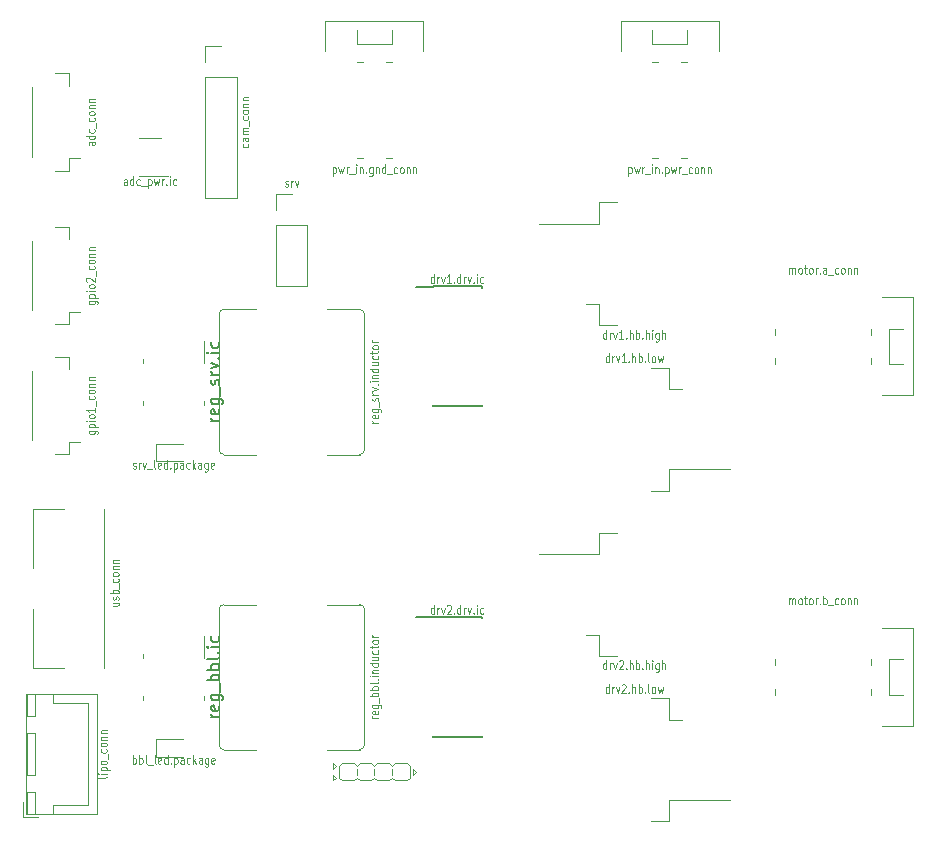
<source format=gbr>
G04 #@! TF.GenerationSoftware,KiCad,Pcbnew,(5.1.2)-1*
G04 #@! TF.CreationDate,2019-12-27T14:53:11-08:00*
G04 #@! TF.ProjectId,design,64657369-676e-42e6-9b69-6361645f7063,rev?*
G04 #@! TF.SameCoordinates,Original*
G04 #@! TF.FileFunction,Legend,Top*
G04 #@! TF.FilePolarity,Positive*
%FSLAX46Y46*%
G04 Gerber Fmt 4.6, Leading zero omitted, Abs format (unit mm)*
G04 Created by KiCad (PCBNEW (5.1.2)-1) date 2019-12-27 14:53:11*
%MOMM*%
%LPD*%
G04 APERTURE LIST*
%ADD10C,0.100000*%
%ADD11C,0.120000*%
%ADD12C,0.150000*%
G04 APERTURE END LIST*
D10*
X154000000Y-92500000D02*
X154250000Y-92750000D01*
X154250000Y-92750000D02*
X155250000Y-92750000D01*
X155250000Y-92750000D02*
X155500000Y-92500000D01*
X155500000Y-92250000D02*
X155500000Y-91750000D01*
X155500000Y-91500000D02*
X155250000Y-91250000D01*
X154250000Y-91250000D02*
X154000000Y-91500000D01*
X155250000Y-91250000D02*
X154250000Y-91250000D01*
X154000000Y-91500000D02*
X154000000Y-92500000D01*
X155500000Y-92500000D02*
X155750000Y-92750000D01*
X156750000Y-92750000D02*
X157000000Y-92500000D01*
X156750000Y-91250000D02*
X155750000Y-91250000D01*
X155750000Y-91250000D02*
X155500000Y-91500000D01*
X157000000Y-91500000D02*
X156750000Y-91250000D01*
X155750000Y-92750000D02*
X156750000Y-92750000D01*
X157000000Y-92250000D02*
X157000000Y-91750000D01*
X157000000Y-92500000D02*
X157250000Y-92750000D01*
X158250000Y-92750000D02*
X158500000Y-92500000D01*
X158250000Y-91250000D02*
X157250000Y-91250000D01*
X157250000Y-91250000D02*
X157000000Y-91500000D01*
X158500000Y-91500000D02*
X158250000Y-91250000D01*
X157250000Y-92750000D02*
X158250000Y-92750000D01*
X158500000Y-92250000D02*
X158500000Y-91750000D01*
X158500000Y-92500000D02*
X158750000Y-92750000D01*
X159750000Y-92750000D02*
X160000000Y-92500000D01*
X159750000Y-91250000D02*
X158750000Y-91250000D01*
X158750000Y-91250000D02*
X158500000Y-91500000D01*
X160000000Y-91500000D02*
X159750000Y-91250000D01*
X158750000Y-92750000D02*
X159750000Y-92750000D01*
X160000000Y-92500000D02*
X160000000Y-91500000D01*
X153500000Y-91250000D02*
X153750000Y-91500000D01*
X153750000Y-91500000D02*
X153500000Y-91750000D01*
X153500000Y-91750000D02*
X153500000Y-91250000D01*
X153750000Y-92500000D02*
X153500000Y-92750000D01*
X153500000Y-92750000D02*
X153500000Y-92250000D01*
X153500000Y-92250000D02*
X153750000Y-92500000D01*
X160500000Y-92000000D02*
X160250000Y-92250000D01*
X160250000Y-92250000D02*
X160250000Y-91750000D01*
X160250000Y-91750000D02*
X160500000Y-92000000D01*
D11*
X143850000Y-89750000D02*
X143850000Y-78250000D01*
X144250000Y-90150000D02*
X147000000Y-90150000D01*
X156150000Y-78250000D02*
X156150000Y-89750000D01*
X144250000Y-77850000D02*
X147000000Y-77850000D01*
X153000000Y-90150000D02*
X155750000Y-90150000D01*
X153000000Y-77850000D02*
X155750000Y-77850000D01*
X144250000Y-90150000D02*
G75*
G02X143850000Y-89750000I0J400000D01*
G01*
X156150000Y-89750000D02*
G75*
G02X155750000Y-90150000I-400000J0D01*
G01*
X155750000Y-77850000D02*
G75*
G02X156150000Y-78250000I0J-400000D01*
G01*
X143850000Y-78250000D02*
G75*
G02X144250000Y-77850000I400000J0D01*
G01*
X138900000Y-38390000D02*
X137100000Y-38390000D01*
X137100000Y-41610000D02*
X139550000Y-41610000D01*
X127990000Y-39940000D02*
X127990000Y-34060000D01*
X131110000Y-32890000D02*
X131110000Y-33940000D01*
X129960000Y-32890000D02*
X131110000Y-32890000D01*
X131110000Y-40060000D02*
X132100000Y-40060000D01*
X131110000Y-41110000D02*
X131110000Y-40060000D01*
X129960000Y-41110000D02*
X131110000Y-41110000D01*
X127540000Y-95560000D02*
X133510000Y-95560000D01*
X133510000Y-95560000D02*
X133510000Y-85440000D01*
X133510000Y-85440000D02*
X127540000Y-85440000D01*
X127540000Y-85440000D02*
X127540000Y-95560000D01*
X127550000Y-92250000D02*
X128300000Y-92250000D01*
X128300000Y-92250000D02*
X128300000Y-88750000D01*
X128300000Y-88750000D02*
X127550000Y-88750000D01*
X127550000Y-88750000D02*
X127550000Y-92250000D01*
X127550000Y-95550000D02*
X128300000Y-95550000D01*
X128300000Y-95550000D02*
X128300000Y-93750000D01*
X128300000Y-93750000D02*
X127550000Y-93750000D01*
X127550000Y-93750000D02*
X127550000Y-95550000D01*
X127550000Y-87250000D02*
X128300000Y-87250000D01*
X128300000Y-87250000D02*
X128300000Y-85450000D01*
X128300000Y-85450000D02*
X127550000Y-85450000D01*
X127550000Y-85450000D02*
X127550000Y-87250000D01*
X129800000Y-95550000D02*
X129800000Y-94800000D01*
X129800000Y-94800000D02*
X132750000Y-94800000D01*
X132750000Y-94800000D02*
X132750000Y-90500000D01*
X129800000Y-85450000D02*
X129800000Y-86200000D01*
X129800000Y-86200000D02*
X132750000Y-86200000D01*
X132750000Y-86200000D02*
X132750000Y-90500000D01*
X127250000Y-94600000D02*
X127250000Y-95850000D01*
X127250000Y-95850000D02*
X128500000Y-95850000D01*
X142670000Y-43410000D02*
X145330000Y-43410000D01*
X142670000Y-33190000D02*
X142670000Y-43410000D01*
X145330000Y-33190000D02*
X145330000Y-43410000D01*
X142670000Y-33190000D02*
X145330000Y-33190000D01*
X142670000Y-31920000D02*
X142670000Y-30590000D01*
X142670000Y-30590000D02*
X144000000Y-30590000D01*
X127990000Y-63940000D02*
X127990000Y-58060000D01*
X131110000Y-56890000D02*
X131110000Y-57940000D01*
X129960000Y-56890000D02*
X131110000Y-56890000D01*
X131110000Y-64060000D02*
X132100000Y-64060000D01*
X131110000Y-65110000D02*
X131110000Y-64060000D01*
X129960000Y-65110000D02*
X131110000Y-65110000D01*
X129960000Y-54110000D02*
X131110000Y-54110000D01*
X131110000Y-54110000D02*
X131110000Y-53060000D01*
X131110000Y-53060000D02*
X132100000Y-53060000D01*
X129960000Y-45890000D02*
X131110000Y-45890000D01*
X131110000Y-45890000D02*
X131110000Y-46940000D01*
X127990000Y-52940000D02*
X127990000Y-47060000D01*
D12*
X161925000Y-50925000D02*
X161925000Y-50950000D01*
X166075000Y-50925000D02*
X166075000Y-51030000D01*
X166075000Y-61075000D02*
X166075000Y-60970000D01*
X161925000Y-61075000D02*
X161925000Y-60970000D01*
X161925000Y-50925000D02*
X166075000Y-50925000D01*
X161925000Y-61075000D02*
X166075000Y-61075000D01*
X161925000Y-50950000D02*
X160550000Y-50950000D01*
X161925000Y-78925000D02*
X161925000Y-78950000D01*
X166075000Y-78925000D02*
X166075000Y-79030000D01*
X166075000Y-89075000D02*
X166075000Y-88970000D01*
X161925000Y-89075000D02*
X161925000Y-88970000D01*
X161925000Y-78925000D02*
X166075000Y-78925000D01*
X161925000Y-89075000D02*
X166075000Y-89075000D01*
X161925000Y-78950000D02*
X160550000Y-78950000D01*
D11*
X176050000Y-52390000D02*
X174950000Y-52390000D01*
X176050000Y-54200000D02*
X176050000Y-52390000D01*
X177550000Y-54200000D02*
X176050000Y-54200000D01*
X176050000Y-45610000D02*
X170925000Y-45610000D01*
X176050000Y-43800000D02*
X176050000Y-45610000D01*
X177550000Y-43800000D02*
X176050000Y-43800000D01*
X180450000Y-68200000D02*
X181950000Y-68200000D01*
X181950000Y-68200000D02*
X181950000Y-66390000D01*
X181950000Y-66390000D02*
X187075000Y-66390000D01*
X180450000Y-57800000D02*
X181950000Y-57800000D01*
X181950000Y-57800000D02*
X181950000Y-59610000D01*
X181950000Y-59610000D02*
X183050000Y-59610000D01*
X177550000Y-71800000D02*
X176050000Y-71800000D01*
X176050000Y-71800000D02*
X176050000Y-73610000D01*
X176050000Y-73610000D02*
X170925000Y-73610000D01*
X177550000Y-82200000D02*
X176050000Y-82200000D01*
X176050000Y-82200000D02*
X176050000Y-80390000D01*
X176050000Y-80390000D02*
X174950000Y-80390000D01*
X181950000Y-87610000D02*
X183050000Y-87610000D01*
X181950000Y-85800000D02*
X181950000Y-87610000D01*
X180450000Y-85800000D02*
X181950000Y-85800000D01*
X181950000Y-94390000D02*
X187075000Y-94390000D01*
X181950000Y-96200000D02*
X181950000Y-94390000D01*
X180450000Y-96200000D02*
X181950000Y-96200000D01*
D10*
X190920000Y-57000000D02*
X190920000Y-57500000D01*
X199080000Y-57000000D02*
X199080000Y-57500000D01*
X200580000Y-57500000D02*
X201770000Y-57500000D01*
X200580000Y-54500000D02*
X200580000Y-57500000D01*
X201770000Y-54500000D02*
X200580000Y-54500000D01*
X190920000Y-54500000D02*
X190920000Y-55000000D01*
X199080000Y-54500000D02*
X199080000Y-55000000D01*
X202580000Y-60150000D02*
X200000000Y-60150000D01*
X202580000Y-51850000D02*
X202580000Y-60150000D01*
X200000000Y-51850000D02*
X202580000Y-51850000D01*
X200000000Y-79850000D02*
X202580000Y-79850000D01*
X202580000Y-79850000D02*
X202580000Y-88150000D01*
X202580000Y-88150000D02*
X200000000Y-88150000D01*
X199080000Y-82500000D02*
X199080000Y-83000000D01*
X190920000Y-82500000D02*
X190920000Y-83000000D01*
X201770000Y-82500000D02*
X200580000Y-82500000D01*
X200580000Y-82500000D02*
X200580000Y-85500000D01*
X200580000Y-85500000D02*
X201770000Y-85500000D01*
X199080000Y-85000000D02*
X199080000Y-85500000D01*
X190920000Y-85000000D02*
X190920000Y-85500000D01*
X158000000Y-40080000D02*
X158500000Y-40080000D01*
X158000000Y-31920000D02*
X158500000Y-31920000D01*
X158500000Y-30420000D02*
X158500000Y-29230000D01*
X155500000Y-30420000D02*
X158500000Y-30420000D01*
X155500000Y-29230000D02*
X155500000Y-30420000D01*
X155500000Y-40080000D02*
X156000000Y-40080000D01*
X155500000Y-31920000D02*
X156000000Y-31920000D01*
X161150000Y-28420000D02*
X161150000Y-31000000D01*
X152850000Y-28420000D02*
X161150000Y-28420000D01*
X152850000Y-31000000D02*
X152850000Y-28420000D01*
X177850000Y-31000000D02*
X177850000Y-28420000D01*
X177850000Y-28420000D02*
X186150000Y-28420000D01*
X186150000Y-28420000D02*
X186150000Y-31000000D01*
X180500000Y-31920000D02*
X181000000Y-31920000D01*
X180500000Y-40080000D02*
X181000000Y-40080000D01*
X180500000Y-29230000D02*
X180500000Y-30420000D01*
X180500000Y-30420000D02*
X183500000Y-30420000D01*
X183500000Y-30420000D02*
X183500000Y-29230000D01*
X183000000Y-31920000D02*
X183500000Y-31920000D01*
X183000000Y-40080000D02*
X183500000Y-40080000D01*
D11*
X140800000Y-89265000D02*
X138515000Y-89265000D01*
X138515000Y-89265000D02*
X138515000Y-90735000D01*
X138515000Y-90735000D02*
X140800000Y-90735000D01*
X128100000Y-83200000D02*
X128100000Y-78250000D01*
X128100000Y-83200000D02*
X130700000Y-83200000D01*
X128100000Y-69800000D02*
X130700000Y-69800000D01*
X128100000Y-69800000D02*
X128100000Y-74750000D01*
X134100000Y-69800000D02*
X134100000Y-83200000D01*
X143850000Y-64750000D02*
X143850000Y-53250000D01*
X144250000Y-65150000D02*
X147000000Y-65150000D01*
X156150000Y-53250000D02*
X156150000Y-64750000D01*
X144250000Y-52850000D02*
X147000000Y-52850000D01*
X153000000Y-65150000D02*
X155750000Y-65150000D01*
X153000000Y-52850000D02*
X155750000Y-52850000D01*
X144250000Y-65150000D02*
G75*
G02X143850000Y-64750000I0J400000D01*
G01*
X156150000Y-64750000D02*
G75*
G02X155750000Y-65150000I-400000J0D01*
G01*
X155750000Y-52850000D02*
G75*
G02X156150000Y-53250000I0J-400000D01*
G01*
X143850000Y-53250000D02*
G75*
G02X144250000Y-52850000I400000J0D01*
G01*
X148670000Y-50870000D02*
X151330000Y-50870000D01*
X148670000Y-45730000D02*
X148670000Y-50870000D01*
X151330000Y-45730000D02*
X151330000Y-50870000D01*
X148670000Y-45730000D02*
X151330000Y-45730000D01*
X148670000Y-44460000D02*
X148670000Y-43130000D01*
X148670000Y-43130000D02*
X150000000Y-43130000D01*
X140800000Y-64265000D02*
X138515000Y-64265000D01*
X138515000Y-64265000D02*
X138515000Y-65735000D01*
X138515000Y-65735000D02*
X140800000Y-65735000D01*
X137440000Y-85586248D02*
X137440000Y-85950000D01*
X137440000Y-82413752D02*
X137440000Y-82050000D01*
X142560000Y-85586248D02*
X142560000Y-85950000D01*
X142560000Y-82413752D02*
X142560000Y-80550000D01*
X142560000Y-57413752D02*
X142560000Y-55550000D01*
X142560000Y-60586248D02*
X142560000Y-60950000D01*
X137440000Y-57413752D02*
X137440000Y-57050000D01*
X137440000Y-60586248D02*
X137440000Y-60950000D01*
D10*
X157339285Y-87485714D02*
X156839285Y-87485714D01*
X156982142Y-87485714D02*
X156910714Y-87457142D01*
X156875000Y-87428571D01*
X156839285Y-87371428D01*
X156839285Y-87314285D01*
X157303571Y-86885714D02*
X157339285Y-86942857D01*
X157339285Y-87057142D01*
X157303571Y-87114285D01*
X157232142Y-87142857D01*
X156946428Y-87142857D01*
X156875000Y-87114285D01*
X156839285Y-87057142D01*
X156839285Y-86942857D01*
X156875000Y-86885714D01*
X156946428Y-86857142D01*
X157017857Y-86857142D01*
X157089285Y-87142857D01*
X156839285Y-86342857D02*
X157446428Y-86342857D01*
X157517857Y-86371428D01*
X157553571Y-86400000D01*
X157589285Y-86457142D01*
X157589285Y-86542857D01*
X157553571Y-86600000D01*
X157303571Y-86342857D02*
X157339285Y-86400000D01*
X157339285Y-86514285D01*
X157303571Y-86571428D01*
X157267857Y-86600000D01*
X157196428Y-86628571D01*
X156982142Y-86628571D01*
X156910714Y-86600000D01*
X156875000Y-86571428D01*
X156839285Y-86514285D01*
X156839285Y-86400000D01*
X156875000Y-86342857D01*
X157410714Y-86200000D02*
X157410714Y-85742857D01*
X157339285Y-85600000D02*
X156589285Y-85600000D01*
X156875000Y-85600000D02*
X156839285Y-85542857D01*
X156839285Y-85428571D01*
X156875000Y-85371428D01*
X156910714Y-85342857D01*
X156982142Y-85314285D01*
X157196428Y-85314285D01*
X157267857Y-85342857D01*
X157303571Y-85371428D01*
X157339285Y-85428571D01*
X157339285Y-85542857D01*
X157303571Y-85600000D01*
X157339285Y-85057142D02*
X156589285Y-85057142D01*
X156875000Y-85057142D02*
X156839285Y-85000000D01*
X156839285Y-84885714D01*
X156875000Y-84828571D01*
X156910714Y-84800000D01*
X156982142Y-84771428D01*
X157196428Y-84771428D01*
X157267857Y-84800000D01*
X157303571Y-84828571D01*
X157339285Y-84885714D01*
X157339285Y-85000000D01*
X157303571Y-85057142D01*
X157339285Y-84428571D02*
X157303571Y-84485714D01*
X157232142Y-84514285D01*
X156589285Y-84514285D01*
X157267857Y-84200000D02*
X157303571Y-84171428D01*
X157339285Y-84200000D01*
X157303571Y-84228571D01*
X157267857Y-84200000D01*
X157339285Y-84200000D01*
X157339285Y-83914285D02*
X156839285Y-83914285D01*
X156589285Y-83914285D02*
X156625000Y-83942857D01*
X156660714Y-83914285D01*
X156625000Y-83885714D01*
X156589285Y-83914285D01*
X156660714Y-83914285D01*
X156839285Y-83628571D02*
X157339285Y-83628571D01*
X156910714Y-83628571D02*
X156875000Y-83600000D01*
X156839285Y-83542857D01*
X156839285Y-83457142D01*
X156875000Y-83400000D01*
X156946428Y-83371428D01*
X157339285Y-83371428D01*
X157339285Y-82828571D02*
X156589285Y-82828571D01*
X157303571Y-82828571D02*
X157339285Y-82885714D01*
X157339285Y-83000000D01*
X157303571Y-83057142D01*
X157267857Y-83085714D01*
X157196428Y-83114285D01*
X156982142Y-83114285D01*
X156910714Y-83085714D01*
X156875000Y-83057142D01*
X156839285Y-83000000D01*
X156839285Y-82885714D01*
X156875000Y-82828571D01*
X156839285Y-82285714D02*
X157339285Y-82285714D01*
X156839285Y-82542857D02*
X157232142Y-82542857D01*
X157303571Y-82514285D01*
X157339285Y-82457142D01*
X157339285Y-82371428D01*
X157303571Y-82314285D01*
X157267857Y-82285714D01*
X157303571Y-81742857D02*
X157339285Y-81800000D01*
X157339285Y-81914285D01*
X157303571Y-81971428D01*
X157267857Y-82000000D01*
X157196428Y-82028571D01*
X156982142Y-82028571D01*
X156910714Y-82000000D01*
X156875000Y-81971428D01*
X156839285Y-81914285D01*
X156839285Y-81800000D01*
X156875000Y-81742857D01*
X156839285Y-81571428D02*
X156839285Y-81342857D01*
X156589285Y-81485714D02*
X157232142Y-81485714D01*
X157303571Y-81457142D01*
X157339285Y-81400000D01*
X157339285Y-81342857D01*
X157339285Y-81057142D02*
X157303571Y-81114285D01*
X157267857Y-81142857D01*
X157196428Y-81171428D01*
X156982142Y-81171428D01*
X156910714Y-81142857D01*
X156875000Y-81114285D01*
X156839285Y-81057142D01*
X156839285Y-80971428D01*
X156875000Y-80914285D01*
X156910714Y-80885714D01*
X156982142Y-80857142D01*
X157196428Y-80857142D01*
X157267857Y-80885714D01*
X157303571Y-80914285D01*
X157339285Y-80971428D01*
X157339285Y-81057142D01*
X157339285Y-80600000D02*
X156839285Y-80600000D01*
X156982142Y-80600000D02*
X156910714Y-80571428D01*
X156875000Y-80542857D01*
X156839285Y-80485714D01*
X156839285Y-80428571D01*
X136057142Y-42339285D02*
X136057142Y-41946428D01*
X136028571Y-41875000D01*
X135971428Y-41839285D01*
X135857142Y-41839285D01*
X135800000Y-41875000D01*
X136057142Y-42303571D02*
X136000000Y-42339285D01*
X135857142Y-42339285D01*
X135800000Y-42303571D01*
X135771428Y-42232142D01*
X135771428Y-42160714D01*
X135800000Y-42089285D01*
X135857142Y-42053571D01*
X136000000Y-42053571D01*
X136057142Y-42017857D01*
X136600000Y-42339285D02*
X136600000Y-41589285D01*
X136600000Y-42303571D02*
X136542857Y-42339285D01*
X136428571Y-42339285D01*
X136371428Y-42303571D01*
X136342857Y-42267857D01*
X136314285Y-42196428D01*
X136314285Y-41982142D01*
X136342857Y-41910714D01*
X136371428Y-41875000D01*
X136428571Y-41839285D01*
X136542857Y-41839285D01*
X136600000Y-41875000D01*
X137142857Y-42303571D02*
X137085714Y-42339285D01*
X136971428Y-42339285D01*
X136914285Y-42303571D01*
X136885714Y-42267857D01*
X136857142Y-42196428D01*
X136857142Y-41982142D01*
X136885714Y-41910714D01*
X136914285Y-41875000D01*
X136971428Y-41839285D01*
X137085714Y-41839285D01*
X137142857Y-41875000D01*
X137257142Y-42410714D02*
X137714285Y-42410714D01*
X137857142Y-41839285D02*
X137857142Y-42589285D01*
X137857142Y-41875000D02*
X137914285Y-41839285D01*
X138028571Y-41839285D01*
X138085714Y-41875000D01*
X138114285Y-41910714D01*
X138142857Y-41982142D01*
X138142857Y-42196428D01*
X138114285Y-42267857D01*
X138085714Y-42303571D01*
X138028571Y-42339285D01*
X137914285Y-42339285D01*
X137857142Y-42303571D01*
X138342857Y-41839285D02*
X138457142Y-42339285D01*
X138571428Y-41982142D01*
X138685714Y-42339285D01*
X138800000Y-41839285D01*
X139028571Y-42339285D02*
X139028571Y-41839285D01*
X139028571Y-41982142D02*
X139057142Y-41910714D01*
X139085714Y-41875000D01*
X139142857Y-41839285D01*
X139200000Y-41839285D01*
X139400000Y-42267857D02*
X139428571Y-42303571D01*
X139400000Y-42339285D01*
X139371428Y-42303571D01*
X139400000Y-42267857D01*
X139400000Y-42339285D01*
X139685714Y-42339285D02*
X139685714Y-41839285D01*
X139685714Y-41589285D02*
X139657142Y-41625000D01*
X139685714Y-41660714D01*
X139714285Y-41625000D01*
X139685714Y-41589285D01*
X139685714Y-41660714D01*
X140228571Y-42303571D02*
X140171428Y-42339285D01*
X140057142Y-42339285D01*
X140000000Y-42303571D01*
X139971428Y-42267857D01*
X139942857Y-42196428D01*
X139942857Y-41982142D01*
X139971428Y-41910714D01*
X140000000Y-41875000D01*
X140057142Y-41839285D01*
X140171428Y-41839285D01*
X140228571Y-41875000D01*
X133339285Y-38700000D02*
X132946428Y-38700000D01*
X132875000Y-38728571D01*
X132839285Y-38785714D01*
X132839285Y-38900000D01*
X132875000Y-38957142D01*
X133303571Y-38700000D02*
X133339285Y-38757142D01*
X133339285Y-38900000D01*
X133303571Y-38957142D01*
X133232142Y-38985714D01*
X133160714Y-38985714D01*
X133089285Y-38957142D01*
X133053571Y-38900000D01*
X133053571Y-38757142D01*
X133017857Y-38700000D01*
X133339285Y-38157142D02*
X132589285Y-38157142D01*
X133303571Y-38157142D02*
X133339285Y-38214285D01*
X133339285Y-38328571D01*
X133303571Y-38385714D01*
X133267857Y-38414285D01*
X133196428Y-38442857D01*
X132982142Y-38442857D01*
X132910714Y-38414285D01*
X132875000Y-38385714D01*
X132839285Y-38328571D01*
X132839285Y-38214285D01*
X132875000Y-38157142D01*
X133303571Y-37614285D02*
X133339285Y-37671428D01*
X133339285Y-37785714D01*
X133303571Y-37842857D01*
X133267857Y-37871428D01*
X133196428Y-37900000D01*
X132982142Y-37900000D01*
X132910714Y-37871428D01*
X132875000Y-37842857D01*
X132839285Y-37785714D01*
X132839285Y-37671428D01*
X132875000Y-37614285D01*
X133410714Y-37500000D02*
X133410714Y-37042857D01*
X133303571Y-36642857D02*
X133339285Y-36700000D01*
X133339285Y-36814285D01*
X133303571Y-36871428D01*
X133267857Y-36900000D01*
X133196428Y-36928571D01*
X132982142Y-36928571D01*
X132910714Y-36900000D01*
X132875000Y-36871428D01*
X132839285Y-36814285D01*
X132839285Y-36700000D01*
X132875000Y-36642857D01*
X133339285Y-36300000D02*
X133303571Y-36357142D01*
X133267857Y-36385714D01*
X133196428Y-36414285D01*
X132982142Y-36414285D01*
X132910714Y-36385714D01*
X132875000Y-36357142D01*
X132839285Y-36300000D01*
X132839285Y-36214285D01*
X132875000Y-36157142D01*
X132910714Y-36128571D01*
X132982142Y-36100000D01*
X133196428Y-36100000D01*
X133267857Y-36128571D01*
X133303571Y-36157142D01*
X133339285Y-36214285D01*
X133339285Y-36300000D01*
X132839285Y-35842857D02*
X133339285Y-35842857D01*
X132910714Y-35842857D02*
X132875000Y-35814285D01*
X132839285Y-35757142D01*
X132839285Y-35671428D01*
X132875000Y-35614285D01*
X132946428Y-35585714D01*
X133339285Y-35585714D01*
X132839285Y-35300000D02*
X133339285Y-35300000D01*
X132910714Y-35300000D02*
X132875000Y-35271428D01*
X132839285Y-35214285D01*
X132839285Y-35128571D01*
X132875000Y-35071428D01*
X132946428Y-35042857D01*
X133339285Y-35042857D01*
X134339285Y-92414285D02*
X134303571Y-92471428D01*
X134232142Y-92500000D01*
X133589285Y-92500000D01*
X134339285Y-92185714D02*
X133839285Y-92185714D01*
X133589285Y-92185714D02*
X133625000Y-92214285D01*
X133660714Y-92185714D01*
X133625000Y-92157142D01*
X133589285Y-92185714D01*
X133660714Y-92185714D01*
X133839285Y-91900000D02*
X134589285Y-91900000D01*
X133875000Y-91900000D02*
X133839285Y-91842857D01*
X133839285Y-91728571D01*
X133875000Y-91671428D01*
X133910714Y-91642857D01*
X133982142Y-91614285D01*
X134196428Y-91614285D01*
X134267857Y-91642857D01*
X134303571Y-91671428D01*
X134339285Y-91728571D01*
X134339285Y-91842857D01*
X134303571Y-91900000D01*
X134339285Y-91271428D02*
X134303571Y-91328571D01*
X134267857Y-91357142D01*
X134196428Y-91385714D01*
X133982142Y-91385714D01*
X133910714Y-91357142D01*
X133875000Y-91328571D01*
X133839285Y-91271428D01*
X133839285Y-91185714D01*
X133875000Y-91128571D01*
X133910714Y-91100000D01*
X133982142Y-91071428D01*
X134196428Y-91071428D01*
X134267857Y-91100000D01*
X134303571Y-91128571D01*
X134339285Y-91185714D01*
X134339285Y-91271428D01*
X134410714Y-90957142D02*
X134410714Y-90500000D01*
X134303571Y-90100000D02*
X134339285Y-90157142D01*
X134339285Y-90271428D01*
X134303571Y-90328571D01*
X134267857Y-90357142D01*
X134196428Y-90385714D01*
X133982142Y-90385714D01*
X133910714Y-90357142D01*
X133875000Y-90328571D01*
X133839285Y-90271428D01*
X133839285Y-90157142D01*
X133875000Y-90100000D01*
X134339285Y-89757142D02*
X134303571Y-89814285D01*
X134267857Y-89842857D01*
X134196428Y-89871428D01*
X133982142Y-89871428D01*
X133910714Y-89842857D01*
X133875000Y-89814285D01*
X133839285Y-89757142D01*
X133839285Y-89671428D01*
X133875000Y-89614285D01*
X133910714Y-89585714D01*
X133982142Y-89557142D01*
X134196428Y-89557142D01*
X134267857Y-89585714D01*
X134303571Y-89614285D01*
X134339285Y-89671428D01*
X134339285Y-89757142D01*
X133839285Y-89300000D02*
X134339285Y-89300000D01*
X133910714Y-89300000D02*
X133875000Y-89271428D01*
X133839285Y-89214285D01*
X133839285Y-89128571D01*
X133875000Y-89071428D01*
X133946428Y-89042857D01*
X134339285Y-89042857D01*
X133839285Y-88757142D02*
X134339285Y-88757142D01*
X133910714Y-88757142D02*
X133875000Y-88728571D01*
X133839285Y-88671428D01*
X133839285Y-88585714D01*
X133875000Y-88528571D01*
X133946428Y-88500000D01*
X134339285Y-88500000D01*
X146303571Y-38828571D02*
X146339285Y-38885714D01*
X146339285Y-39000000D01*
X146303571Y-39057142D01*
X146267857Y-39085714D01*
X146196428Y-39114285D01*
X145982142Y-39114285D01*
X145910714Y-39085714D01*
X145875000Y-39057142D01*
X145839285Y-39000000D01*
X145839285Y-38885714D01*
X145875000Y-38828571D01*
X146339285Y-38314285D02*
X145946428Y-38314285D01*
X145875000Y-38342857D01*
X145839285Y-38400000D01*
X145839285Y-38514285D01*
X145875000Y-38571428D01*
X146303571Y-38314285D02*
X146339285Y-38371428D01*
X146339285Y-38514285D01*
X146303571Y-38571428D01*
X146232142Y-38600000D01*
X146160714Y-38600000D01*
X146089285Y-38571428D01*
X146053571Y-38514285D01*
X146053571Y-38371428D01*
X146017857Y-38314285D01*
X146339285Y-38028571D02*
X145839285Y-38028571D01*
X145910714Y-38028571D02*
X145875000Y-38000000D01*
X145839285Y-37942857D01*
X145839285Y-37857142D01*
X145875000Y-37800000D01*
X145946428Y-37771428D01*
X146339285Y-37771428D01*
X145946428Y-37771428D02*
X145875000Y-37742857D01*
X145839285Y-37685714D01*
X145839285Y-37600000D01*
X145875000Y-37542857D01*
X145946428Y-37514285D01*
X146339285Y-37514285D01*
X146410714Y-37371428D02*
X146410714Y-36914285D01*
X146303571Y-36514285D02*
X146339285Y-36571428D01*
X146339285Y-36685714D01*
X146303571Y-36742857D01*
X146267857Y-36771428D01*
X146196428Y-36800000D01*
X145982142Y-36800000D01*
X145910714Y-36771428D01*
X145875000Y-36742857D01*
X145839285Y-36685714D01*
X145839285Y-36571428D01*
X145875000Y-36514285D01*
X146339285Y-36171428D02*
X146303571Y-36228571D01*
X146267857Y-36257142D01*
X146196428Y-36285714D01*
X145982142Y-36285714D01*
X145910714Y-36257142D01*
X145875000Y-36228571D01*
X145839285Y-36171428D01*
X145839285Y-36085714D01*
X145875000Y-36028571D01*
X145910714Y-36000000D01*
X145982142Y-35971428D01*
X146196428Y-35971428D01*
X146267857Y-36000000D01*
X146303571Y-36028571D01*
X146339285Y-36085714D01*
X146339285Y-36171428D01*
X145839285Y-35714285D02*
X146339285Y-35714285D01*
X145910714Y-35714285D02*
X145875000Y-35685714D01*
X145839285Y-35628571D01*
X145839285Y-35542857D01*
X145875000Y-35485714D01*
X145946428Y-35457142D01*
X146339285Y-35457142D01*
X145839285Y-35171428D02*
X146339285Y-35171428D01*
X145910714Y-35171428D02*
X145875000Y-35142857D01*
X145839285Y-35085714D01*
X145839285Y-35000000D01*
X145875000Y-34942857D01*
X145946428Y-34914285D01*
X146339285Y-34914285D01*
X132839285Y-63142857D02*
X133446428Y-63142857D01*
X133517857Y-63171428D01*
X133553571Y-63200000D01*
X133589285Y-63257142D01*
X133589285Y-63342857D01*
X133553571Y-63400000D01*
X133303571Y-63142857D02*
X133339285Y-63200000D01*
X133339285Y-63314285D01*
X133303571Y-63371428D01*
X133267857Y-63400000D01*
X133196428Y-63428571D01*
X132982142Y-63428571D01*
X132910714Y-63400000D01*
X132875000Y-63371428D01*
X132839285Y-63314285D01*
X132839285Y-63200000D01*
X132875000Y-63142857D01*
X132839285Y-62857142D02*
X133589285Y-62857142D01*
X132875000Y-62857142D02*
X132839285Y-62800000D01*
X132839285Y-62685714D01*
X132875000Y-62628571D01*
X132910714Y-62600000D01*
X132982142Y-62571428D01*
X133196428Y-62571428D01*
X133267857Y-62600000D01*
X133303571Y-62628571D01*
X133339285Y-62685714D01*
X133339285Y-62800000D01*
X133303571Y-62857142D01*
X133339285Y-62314285D02*
X132839285Y-62314285D01*
X132589285Y-62314285D02*
X132625000Y-62342857D01*
X132660714Y-62314285D01*
X132625000Y-62285714D01*
X132589285Y-62314285D01*
X132660714Y-62314285D01*
X133339285Y-61942857D02*
X133303571Y-62000000D01*
X133267857Y-62028571D01*
X133196428Y-62057142D01*
X132982142Y-62057142D01*
X132910714Y-62028571D01*
X132875000Y-62000000D01*
X132839285Y-61942857D01*
X132839285Y-61857142D01*
X132875000Y-61800000D01*
X132910714Y-61771428D01*
X132982142Y-61742857D01*
X133196428Y-61742857D01*
X133267857Y-61771428D01*
X133303571Y-61800000D01*
X133339285Y-61857142D01*
X133339285Y-61942857D01*
X133339285Y-61171428D02*
X133339285Y-61514285D01*
X133339285Y-61342857D02*
X132589285Y-61342857D01*
X132696428Y-61400000D01*
X132767857Y-61457142D01*
X132803571Y-61514285D01*
X133410714Y-61057142D02*
X133410714Y-60600000D01*
X133303571Y-60200000D02*
X133339285Y-60257142D01*
X133339285Y-60371428D01*
X133303571Y-60428571D01*
X133267857Y-60457142D01*
X133196428Y-60485714D01*
X132982142Y-60485714D01*
X132910714Y-60457142D01*
X132875000Y-60428571D01*
X132839285Y-60371428D01*
X132839285Y-60257142D01*
X132875000Y-60200000D01*
X133339285Y-59857142D02*
X133303571Y-59914285D01*
X133267857Y-59942857D01*
X133196428Y-59971428D01*
X132982142Y-59971428D01*
X132910714Y-59942857D01*
X132875000Y-59914285D01*
X132839285Y-59857142D01*
X132839285Y-59771428D01*
X132875000Y-59714285D01*
X132910714Y-59685714D01*
X132982142Y-59657142D01*
X133196428Y-59657142D01*
X133267857Y-59685714D01*
X133303571Y-59714285D01*
X133339285Y-59771428D01*
X133339285Y-59857142D01*
X132839285Y-59400000D02*
X133339285Y-59400000D01*
X132910714Y-59400000D02*
X132875000Y-59371428D01*
X132839285Y-59314285D01*
X132839285Y-59228571D01*
X132875000Y-59171428D01*
X132946428Y-59142857D01*
X133339285Y-59142857D01*
X132839285Y-58857142D02*
X133339285Y-58857142D01*
X132910714Y-58857142D02*
X132875000Y-58828571D01*
X132839285Y-58771428D01*
X132839285Y-58685714D01*
X132875000Y-58628571D01*
X132946428Y-58600000D01*
X133339285Y-58600000D01*
X132839285Y-52142857D02*
X133446428Y-52142857D01*
X133517857Y-52171428D01*
X133553571Y-52200000D01*
X133589285Y-52257142D01*
X133589285Y-52342857D01*
X133553571Y-52400000D01*
X133303571Y-52142857D02*
X133339285Y-52200000D01*
X133339285Y-52314285D01*
X133303571Y-52371428D01*
X133267857Y-52400000D01*
X133196428Y-52428571D01*
X132982142Y-52428571D01*
X132910714Y-52400000D01*
X132875000Y-52371428D01*
X132839285Y-52314285D01*
X132839285Y-52200000D01*
X132875000Y-52142857D01*
X132839285Y-51857142D02*
X133589285Y-51857142D01*
X132875000Y-51857142D02*
X132839285Y-51800000D01*
X132839285Y-51685714D01*
X132875000Y-51628571D01*
X132910714Y-51600000D01*
X132982142Y-51571428D01*
X133196428Y-51571428D01*
X133267857Y-51600000D01*
X133303571Y-51628571D01*
X133339285Y-51685714D01*
X133339285Y-51800000D01*
X133303571Y-51857142D01*
X133339285Y-51314285D02*
X132839285Y-51314285D01*
X132589285Y-51314285D02*
X132625000Y-51342857D01*
X132660714Y-51314285D01*
X132625000Y-51285714D01*
X132589285Y-51314285D01*
X132660714Y-51314285D01*
X133339285Y-50942857D02*
X133303571Y-51000000D01*
X133267857Y-51028571D01*
X133196428Y-51057142D01*
X132982142Y-51057142D01*
X132910714Y-51028571D01*
X132875000Y-51000000D01*
X132839285Y-50942857D01*
X132839285Y-50857142D01*
X132875000Y-50800000D01*
X132910714Y-50771428D01*
X132982142Y-50742857D01*
X133196428Y-50742857D01*
X133267857Y-50771428D01*
X133303571Y-50800000D01*
X133339285Y-50857142D01*
X133339285Y-50942857D01*
X132660714Y-50514285D02*
X132625000Y-50485714D01*
X132589285Y-50428571D01*
X132589285Y-50285714D01*
X132625000Y-50228571D01*
X132660714Y-50200000D01*
X132732142Y-50171428D01*
X132803571Y-50171428D01*
X132910714Y-50200000D01*
X133339285Y-50542857D01*
X133339285Y-50171428D01*
X133410714Y-50057142D02*
X133410714Y-49600000D01*
X133303571Y-49200000D02*
X133339285Y-49257142D01*
X133339285Y-49371428D01*
X133303571Y-49428571D01*
X133267857Y-49457142D01*
X133196428Y-49485714D01*
X132982142Y-49485714D01*
X132910714Y-49457142D01*
X132875000Y-49428571D01*
X132839285Y-49371428D01*
X132839285Y-49257142D01*
X132875000Y-49200000D01*
X133339285Y-48857142D02*
X133303571Y-48914285D01*
X133267857Y-48942857D01*
X133196428Y-48971428D01*
X132982142Y-48971428D01*
X132910714Y-48942857D01*
X132875000Y-48914285D01*
X132839285Y-48857142D01*
X132839285Y-48771428D01*
X132875000Y-48714285D01*
X132910714Y-48685714D01*
X132982142Y-48657142D01*
X133196428Y-48657142D01*
X133267857Y-48685714D01*
X133303571Y-48714285D01*
X133339285Y-48771428D01*
X133339285Y-48857142D01*
X132839285Y-48400000D02*
X133339285Y-48400000D01*
X132910714Y-48400000D02*
X132875000Y-48371428D01*
X132839285Y-48314285D01*
X132839285Y-48228571D01*
X132875000Y-48171428D01*
X132946428Y-48142857D01*
X133339285Y-48142857D01*
X132839285Y-47857142D02*
X133339285Y-47857142D01*
X132910714Y-47857142D02*
X132875000Y-47828571D01*
X132839285Y-47771428D01*
X132839285Y-47685714D01*
X132875000Y-47628571D01*
X132946428Y-47600000D01*
X133339285Y-47600000D01*
X162057142Y-50624285D02*
X162057142Y-49874285D01*
X162057142Y-50588571D02*
X162000000Y-50624285D01*
X161885714Y-50624285D01*
X161828571Y-50588571D01*
X161800000Y-50552857D01*
X161771428Y-50481428D01*
X161771428Y-50267142D01*
X161800000Y-50195714D01*
X161828571Y-50160000D01*
X161885714Y-50124285D01*
X162000000Y-50124285D01*
X162057142Y-50160000D01*
X162342857Y-50624285D02*
X162342857Y-50124285D01*
X162342857Y-50267142D02*
X162371428Y-50195714D01*
X162400000Y-50160000D01*
X162457142Y-50124285D01*
X162514285Y-50124285D01*
X162657142Y-50124285D02*
X162800000Y-50624285D01*
X162942857Y-50124285D01*
X163485714Y-50624285D02*
X163142857Y-50624285D01*
X163314285Y-50624285D02*
X163314285Y-49874285D01*
X163257142Y-49981428D01*
X163200000Y-50052857D01*
X163142857Y-50088571D01*
X163742857Y-50552857D02*
X163771428Y-50588571D01*
X163742857Y-50624285D01*
X163714285Y-50588571D01*
X163742857Y-50552857D01*
X163742857Y-50624285D01*
X164285714Y-50624285D02*
X164285714Y-49874285D01*
X164285714Y-50588571D02*
X164228571Y-50624285D01*
X164114285Y-50624285D01*
X164057142Y-50588571D01*
X164028571Y-50552857D01*
X164000000Y-50481428D01*
X164000000Y-50267142D01*
X164028571Y-50195714D01*
X164057142Y-50160000D01*
X164114285Y-50124285D01*
X164228571Y-50124285D01*
X164285714Y-50160000D01*
X164571428Y-50624285D02*
X164571428Y-50124285D01*
X164571428Y-50267142D02*
X164600000Y-50195714D01*
X164628571Y-50160000D01*
X164685714Y-50124285D01*
X164742857Y-50124285D01*
X164885714Y-50124285D02*
X165028571Y-50624285D01*
X165171428Y-50124285D01*
X165400000Y-50552857D02*
X165428571Y-50588571D01*
X165400000Y-50624285D01*
X165371428Y-50588571D01*
X165400000Y-50552857D01*
X165400000Y-50624285D01*
X165685714Y-50624285D02*
X165685714Y-50124285D01*
X165685714Y-49874285D02*
X165657142Y-49910000D01*
X165685714Y-49945714D01*
X165714285Y-49910000D01*
X165685714Y-49874285D01*
X165685714Y-49945714D01*
X166228571Y-50588571D02*
X166171428Y-50624285D01*
X166057142Y-50624285D01*
X166000000Y-50588571D01*
X165971428Y-50552857D01*
X165942857Y-50481428D01*
X165942857Y-50267142D01*
X165971428Y-50195714D01*
X166000000Y-50160000D01*
X166057142Y-50124285D01*
X166171428Y-50124285D01*
X166228571Y-50160000D01*
X162057142Y-78624285D02*
X162057142Y-77874285D01*
X162057142Y-78588571D02*
X162000000Y-78624285D01*
X161885714Y-78624285D01*
X161828571Y-78588571D01*
X161800000Y-78552857D01*
X161771428Y-78481428D01*
X161771428Y-78267142D01*
X161800000Y-78195714D01*
X161828571Y-78160000D01*
X161885714Y-78124285D01*
X162000000Y-78124285D01*
X162057142Y-78160000D01*
X162342857Y-78624285D02*
X162342857Y-78124285D01*
X162342857Y-78267142D02*
X162371428Y-78195714D01*
X162400000Y-78160000D01*
X162457142Y-78124285D01*
X162514285Y-78124285D01*
X162657142Y-78124285D02*
X162800000Y-78624285D01*
X162942857Y-78124285D01*
X163142857Y-77945714D02*
X163171428Y-77910000D01*
X163228571Y-77874285D01*
X163371428Y-77874285D01*
X163428571Y-77910000D01*
X163457142Y-77945714D01*
X163485714Y-78017142D01*
X163485714Y-78088571D01*
X163457142Y-78195714D01*
X163114285Y-78624285D01*
X163485714Y-78624285D01*
X163742857Y-78552857D02*
X163771428Y-78588571D01*
X163742857Y-78624285D01*
X163714285Y-78588571D01*
X163742857Y-78552857D01*
X163742857Y-78624285D01*
X164285714Y-78624285D02*
X164285714Y-77874285D01*
X164285714Y-78588571D02*
X164228571Y-78624285D01*
X164114285Y-78624285D01*
X164057142Y-78588571D01*
X164028571Y-78552857D01*
X164000000Y-78481428D01*
X164000000Y-78267142D01*
X164028571Y-78195714D01*
X164057142Y-78160000D01*
X164114285Y-78124285D01*
X164228571Y-78124285D01*
X164285714Y-78160000D01*
X164571428Y-78624285D02*
X164571428Y-78124285D01*
X164571428Y-78267142D02*
X164600000Y-78195714D01*
X164628571Y-78160000D01*
X164685714Y-78124285D01*
X164742857Y-78124285D01*
X164885714Y-78124285D02*
X165028571Y-78624285D01*
X165171428Y-78124285D01*
X165400000Y-78552857D02*
X165428571Y-78588571D01*
X165400000Y-78624285D01*
X165371428Y-78588571D01*
X165400000Y-78552857D01*
X165400000Y-78624285D01*
X165685714Y-78624285D02*
X165685714Y-78124285D01*
X165685714Y-77874285D02*
X165657142Y-77910000D01*
X165685714Y-77945714D01*
X165714285Y-77910000D01*
X165685714Y-77874285D01*
X165685714Y-77945714D01*
X166228571Y-78588571D02*
X166171428Y-78624285D01*
X166057142Y-78624285D01*
X166000000Y-78588571D01*
X165971428Y-78552857D01*
X165942857Y-78481428D01*
X165942857Y-78267142D01*
X165971428Y-78195714D01*
X166000000Y-78160000D01*
X166057142Y-78124285D01*
X166171428Y-78124285D01*
X166228571Y-78160000D01*
X176642857Y-55339285D02*
X176642857Y-54589285D01*
X176642857Y-55303571D02*
X176585714Y-55339285D01*
X176471428Y-55339285D01*
X176414285Y-55303571D01*
X176385714Y-55267857D01*
X176357142Y-55196428D01*
X176357142Y-54982142D01*
X176385714Y-54910714D01*
X176414285Y-54875000D01*
X176471428Y-54839285D01*
X176585714Y-54839285D01*
X176642857Y-54875000D01*
X176928571Y-55339285D02*
X176928571Y-54839285D01*
X176928571Y-54982142D02*
X176957142Y-54910714D01*
X176985714Y-54875000D01*
X177042857Y-54839285D01*
X177100000Y-54839285D01*
X177242857Y-54839285D02*
X177385714Y-55339285D01*
X177528571Y-54839285D01*
X178071428Y-55339285D02*
X177728571Y-55339285D01*
X177900000Y-55339285D02*
X177900000Y-54589285D01*
X177842857Y-54696428D01*
X177785714Y-54767857D01*
X177728571Y-54803571D01*
X178328571Y-55267857D02*
X178357142Y-55303571D01*
X178328571Y-55339285D01*
X178300000Y-55303571D01*
X178328571Y-55267857D01*
X178328571Y-55339285D01*
X178614285Y-55339285D02*
X178614285Y-54589285D01*
X178871428Y-55339285D02*
X178871428Y-54946428D01*
X178842857Y-54875000D01*
X178785714Y-54839285D01*
X178700000Y-54839285D01*
X178642857Y-54875000D01*
X178614285Y-54910714D01*
X179157142Y-55339285D02*
X179157142Y-54589285D01*
X179157142Y-54875000D02*
X179214285Y-54839285D01*
X179328571Y-54839285D01*
X179385714Y-54875000D01*
X179414285Y-54910714D01*
X179442857Y-54982142D01*
X179442857Y-55196428D01*
X179414285Y-55267857D01*
X179385714Y-55303571D01*
X179328571Y-55339285D01*
X179214285Y-55339285D01*
X179157142Y-55303571D01*
X179700000Y-55267857D02*
X179728571Y-55303571D01*
X179700000Y-55339285D01*
X179671428Y-55303571D01*
X179700000Y-55267857D01*
X179700000Y-55339285D01*
X179985714Y-55339285D02*
X179985714Y-54589285D01*
X180242857Y-55339285D02*
X180242857Y-54946428D01*
X180214285Y-54875000D01*
X180157142Y-54839285D01*
X180071428Y-54839285D01*
X180014285Y-54875000D01*
X179985714Y-54910714D01*
X180528571Y-55339285D02*
X180528571Y-54839285D01*
X180528571Y-54589285D02*
X180500000Y-54625000D01*
X180528571Y-54660714D01*
X180557142Y-54625000D01*
X180528571Y-54589285D01*
X180528571Y-54660714D01*
X181071428Y-54839285D02*
X181071428Y-55446428D01*
X181042857Y-55517857D01*
X181014285Y-55553571D01*
X180957142Y-55589285D01*
X180871428Y-55589285D01*
X180814285Y-55553571D01*
X181071428Y-55303571D02*
X181014285Y-55339285D01*
X180900000Y-55339285D01*
X180842857Y-55303571D01*
X180814285Y-55267857D01*
X180785714Y-55196428D01*
X180785714Y-54982142D01*
X180814285Y-54910714D01*
X180842857Y-54875000D01*
X180900000Y-54839285D01*
X181014285Y-54839285D01*
X181071428Y-54875000D01*
X181357142Y-55339285D02*
X181357142Y-54589285D01*
X181614285Y-55339285D02*
X181614285Y-54946428D01*
X181585714Y-54875000D01*
X181528571Y-54839285D01*
X181442857Y-54839285D01*
X181385714Y-54875000D01*
X181357142Y-54910714D01*
X176857142Y-57339285D02*
X176857142Y-56589285D01*
X176857142Y-57303571D02*
X176800000Y-57339285D01*
X176685714Y-57339285D01*
X176628571Y-57303571D01*
X176600000Y-57267857D01*
X176571428Y-57196428D01*
X176571428Y-56982142D01*
X176600000Y-56910714D01*
X176628571Y-56875000D01*
X176685714Y-56839285D01*
X176800000Y-56839285D01*
X176857142Y-56875000D01*
X177142857Y-57339285D02*
X177142857Y-56839285D01*
X177142857Y-56982142D02*
X177171428Y-56910714D01*
X177200000Y-56875000D01*
X177257142Y-56839285D01*
X177314285Y-56839285D01*
X177457142Y-56839285D02*
X177600000Y-57339285D01*
X177742857Y-56839285D01*
X178285714Y-57339285D02*
X177942857Y-57339285D01*
X178114285Y-57339285D02*
X178114285Y-56589285D01*
X178057142Y-56696428D01*
X178000000Y-56767857D01*
X177942857Y-56803571D01*
X178542857Y-57267857D02*
X178571428Y-57303571D01*
X178542857Y-57339285D01*
X178514285Y-57303571D01*
X178542857Y-57267857D01*
X178542857Y-57339285D01*
X178828571Y-57339285D02*
X178828571Y-56589285D01*
X179085714Y-57339285D02*
X179085714Y-56946428D01*
X179057142Y-56875000D01*
X179000000Y-56839285D01*
X178914285Y-56839285D01*
X178857142Y-56875000D01*
X178828571Y-56910714D01*
X179371428Y-57339285D02*
X179371428Y-56589285D01*
X179371428Y-56875000D02*
X179428571Y-56839285D01*
X179542857Y-56839285D01*
X179600000Y-56875000D01*
X179628571Y-56910714D01*
X179657142Y-56982142D01*
X179657142Y-57196428D01*
X179628571Y-57267857D01*
X179600000Y-57303571D01*
X179542857Y-57339285D01*
X179428571Y-57339285D01*
X179371428Y-57303571D01*
X179914285Y-57267857D02*
X179942857Y-57303571D01*
X179914285Y-57339285D01*
X179885714Y-57303571D01*
X179914285Y-57267857D01*
X179914285Y-57339285D01*
X180285714Y-57339285D02*
X180228571Y-57303571D01*
X180200000Y-57232142D01*
X180200000Y-56589285D01*
X180600000Y-57339285D02*
X180542857Y-57303571D01*
X180514285Y-57267857D01*
X180485714Y-57196428D01*
X180485714Y-56982142D01*
X180514285Y-56910714D01*
X180542857Y-56875000D01*
X180600000Y-56839285D01*
X180685714Y-56839285D01*
X180742857Y-56875000D01*
X180771428Y-56910714D01*
X180800000Y-56982142D01*
X180800000Y-57196428D01*
X180771428Y-57267857D01*
X180742857Y-57303571D01*
X180685714Y-57339285D01*
X180600000Y-57339285D01*
X181000000Y-56839285D02*
X181114285Y-57339285D01*
X181228571Y-56982142D01*
X181342857Y-57339285D01*
X181457142Y-56839285D01*
X176642857Y-83339285D02*
X176642857Y-82589285D01*
X176642857Y-83303571D02*
X176585714Y-83339285D01*
X176471428Y-83339285D01*
X176414285Y-83303571D01*
X176385714Y-83267857D01*
X176357142Y-83196428D01*
X176357142Y-82982142D01*
X176385714Y-82910714D01*
X176414285Y-82875000D01*
X176471428Y-82839285D01*
X176585714Y-82839285D01*
X176642857Y-82875000D01*
X176928571Y-83339285D02*
X176928571Y-82839285D01*
X176928571Y-82982142D02*
X176957142Y-82910714D01*
X176985714Y-82875000D01*
X177042857Y-82839285D01*
X177100000Y-82839285D01*
X177242857Y-82839285D02*
X177385714Y-83339285D01*
X177528571Y-82839285D01*
X177728571Y-82660714D02*
X177757142Y-82625000D01*
X177814285Y-82589285D01*
X177957142Y-82589285D01*
X178014285Y-82625000D01*
X178042857Y-82660714D01*
X178071428Y-82732142D01*
X178071428Y-82803571D01*
X178042857Y-82910714D01*
X177700000Y-83339285D01*
X178071428Y-83339285D01*
X178328571Y-83267857D02*
X178357142Y-83303571D01*
X178328571Y-83339285D01*
X178300000Y-83303571D01*
X178328571Y-83267857D01*
X178328571Y-83339285D01*
X178614285Y-83339285D02*
X178614285Y-82589285D01*
X178871428Y-83339285D02*
X178871428Y-82946428D01*
X178842857Y-82875000D01*
X178785714Y-82839285D01*
X178700000Y-82839285D01*
X178642857Y-82875000D01*
X178614285Y-82910714D01*
X179157142Y-83339285D02*
X179157142Y-82589285D01*
X179157142Y-82875000D02*
X179214285Y-82839285D01*
X179328571Y-82839285D01*
X179385714Y-82875000D01*
X179414285Y-82910714D01*
X179442857Y-82982142D01*
X179442857Y-83196428D01*
X179414285Y-83267857D01*
X179385714Y-83303571D01*
X179328571Y-83339285D01*
X179214285Y-83339285D01*
X179157142Y-83303571D01*
X179700000Y-83267857D02*
X179728571Y-83303571D01*
X179700000Y-83339285D01*
X179671428Y-83303571D01*
X179700000Y-83267857D01*
X179700000Y-83339285D01*
X179985714Y-83339285D02*
X179985714Y-82589285D01*
X180242857Y-83339285D02*
X180242857Y-82946428D01*
X180214285Y-82875000D01*
X180157142Y-82839285D01*
X180071428Y-82839285D01*
X180014285Y-82875000D01*
X179985714Y-82910714D01*
X180528571Y-83339285D02*
X180528571Y-82839285D01*
X180528571Y-82589285D02*
X180500000Y-82625000D01*
X180528571Y-82660714D01*
X180557142Y-82625000D01*
X180528571Y-82589285D01*
X180528571Y-82660714D01*
X181071428Y-82839285D02*
X181071428Y-83446428D01*
X181042857Y-83517857D01*
X181014285Y-83553571D01*
X180957142Y-83589285D01*
X180871428Y-83589285D01*
X180814285Y-83553571D01*
X181071428Y-83303571D02*
X181014285Y-83339285D01*
X180900000Y-83339285D01*
X180842857Y-83303571D01*
X180814285Y-83267857D01*
X180785714Y-83196428D01*
X180785714Y-82982142D01*
X180814285Y-82910714D01*
X180842857Y-82875000D01*
X180900000Y-82839285D01*
X181014285Y-82839285D01*
X181071428Y-82875000D01*
X181357142Y-83339285D02*
X181357142Y-82589285D01*
X181614285Y-83339285D02*
X181614285Y-82946428D01*
X181585714Y-82875000D01*
X181528571Y-82839285D01*
X181442857Y-82839285D01*
X181385714Y-82875000D01*
X181357142Y-82910714D01*
X176857142Y-85339285D02*
X176857142Y-84589285D01*
X176857142Y-85303571D02*
X176800000Y-85339285D01*
X176685714Y-85339285D01*
X176628571Y-85303571D01*
X176600000Y-85267857D01*
X176571428Y-85196428D01*
X176571428Y-84982142D01*
X176600000Y-84910714D01*
X176628571Y-84875000D01*
X176685714Y-84839285D01*
X176800000Y-84839285D01*
X176857142Y-84875000D01*
X177142857Y-85339285D02*
X177142857Y-84839285D01*
X177142857Y-84982142D02*
X177171428Y-84910714D01*
X177200000Y-84875000D01*
X177257142Y-84839285D01*
X177314285Y-84839285D01*
X177457142Y-84839285D02*
X177600000Y-85339285D01*
X177742857Y-84839285D01*
X177942857Y-84660714D02*
X177971428Y-84625000D01*
X178028571Y-84589285D01*
X178171428Y-84589285D01*
X178228571Y-84625000D01*
X178257142Y-84660714D01*
X178285714Y-84732142D01*
X178285714Y-84803571D01*
X178257142Y-84910714D01*
X177914285Y-85339285D01*
X178285714Y-85339285D01*
X178542857Y-85267857D02*
X178571428Y-85303571D01*
X178542857Y-85339285D01*
X178514285Y-85303571D01*
X178542857Y-85267857D01*
X178542857Y-85339285D01*
X178828571Y-85339285D02*
X178828571Y-84589285D01*
X179085714Y-85339285D02*
X179085714Y-84946428D01*
X179057142Y-84875000D01*
X179000000Y-84839285D01*
X178914285Y-84839285D01*
X178857142Y-84875000D01*
X178828571Y-84910714D01*
X179371428Y-85339285D02*
X179371428Y-84589285D01*
X179371428Y-84875000D02*
X179428571Y-84839285D01*
X179542857Y-84839285D01*
X179600000Y-84875000D01*
X179628571Y-84910714D01*
X179657142Y-84982142D01*
X179657142Y-85196428D01*
X179628571Y-85267857D01*
X179600000Y-85303571D01*
X179542857Y-85339285D01*
X179428571Y-85339285D01*
X179371428Y-85303571D01*
X179914285Y-85267857D02*
X179942857Y-85303571D01*
X179914285Y-85339285D01*
X179885714Y-85303571D01*
X179914285Y-85267857D01*
X179914285Y-85339285D01*
X180285714Y-85339285D02*
X180228571Y-85303571D01*
X180200000Y-85232142D01*
X180200000Y-84589285D01*
X180600000Y-85339285D02*
X180542857Y-85303571D01*
X180514285Y-85267857D01*
X180485714Y-85196428D01*
X180485714Y-84982142D01*
X180514285Y-84910714D01*
X180542857Y-84875000D01*
X180600000Y-84839285D01*
X180685714Y-84839285D01*
X180742857Y-84875000D01*
X180771428Y-84910714D01*
X180800000Y-84982142D01*
X180800000Y-85196428D01*
X180771428Y-85267857D01*
X180742857Y-85303571D01*
X180685714Y-85339285D01*
X180600000Y-85339285D01*
X181000000Y-84839285D02*
X181114285Y-85339285D01*
X181228571Y-84982142D01*
X181342857Y-85339285D01*
X181457142Y-84839285D01*
X192128571Y-49839285D02*
X192128571Y-49339285D01*
X192128571Y-49410714D02*
X192157142Y-49375000D01*
X192214285Y-49339285D01*
X192300000Y-49339285D01*
X192357142Y-49375000D01*
X192385714Y-49446428D01*
X192385714Y-49839285D01*
X192385714Y-49446428D02*
X192414285Y-49375000D01*
X192471428Y-49339285D01*
X192557142Y-49339285D01*
X192614285Y-49375000D01*
X192642857Y-49446428D01*
X192642857Y-49839285D01*
X193014285Y-49839285D02*
X192957142Y-49803571D01*
X192928571Y-49767857D01*
X192900000Y-49696428D01*
X192900000Y-49482142D01*
X192928571Y-49410714D01*
X192957142Y-49375000D01*
X193014285Y-49339285D01*
X193100000Y-49339285D01*
X193157142Y-49375000D01*
X193185714Y-49410714D01*
X193214285Y-49482142D01*
X193214285Y-49696428D01*
X193185714Y-49767857D01*
X193157142Y-49803571D01*
X193100000Y-49839285D01*
X193014285Y-49839285D01*
X193385714Y-49339285D02*
X193614285Y-49339285D01*
X193471428Y-49089285D02*
X193471428Y-49732142D01*
X193500000Y-49803571D01*
X193557142Y-49839285D01*
X193614285Y-49839285D01*
X193900000Y-49839285D02*
X193842857Y-49803571D01*
X193814285Y-49767857D01*
X193785714Y-49696428D01*
X193785714Y-49482142D01*
X193814285Y-49410714D01*
X193842857Y-49375000D01*
X193900000Y-49339285D01*
X193985714Y-49339285D01*
X194042857Y-49375000D01*
X194071428Y-49410714D01*
X194100000Y-49482142D01*
X194100000Y-49696428D01*
X194071428Y-49767857D01*
X194042857Y-49803571D01*
X193985714Y-49839285D01*
X193900000Y-49839285D01*
X194357142Y-49839285D02*
X194357142Y-49339285D01*
X194357142Y-49482142D02*
X194385714Y-49410714D01*
X194414285Y-49375000D01*
X194471428Y-49339285D01*
X194528571Y-49339285D01*
X194728571Y-49767857D02*
X194757142Y-49803571D01*
X194728571Y-49839285D01*
X194700000Y-49803571D01*
X194728571Y-49767857D01*
X194728571Y-49839285D01*
X195271428Y-49839285D02*
X195271428Y-49446428D01*
X195242857Y-49375000D01*
X195185714Y-49339285D01*
X195071428Y-49339285D01*
X195014285Y-49375000D01*
X195271428Y-49803571D02*
X195214285Y-49839285D01*
X195071428Y-49839285D01*
X195014285Y-49803571D01*
X194985714Y-49732142D01*
X194985714Y-49660714D01*
X195014285Y-49589285D01*
X195071428Y-49553571D01*
X195214285Y-49553571D01*
X195271428Y-49517857D01*
X195414285Y-49910714D02*
X195871428Y-49910714D01*
X196271428Y-49803571D02*
X196214285Y-49839285D01*
X196100000Y-49839285D01*
X196042857Y-49803571D01*
X196014285Y-49767857D01*
X195985714Y-49696428D01*
X195985714Y-49482142D01*
X196014285Y-49410714D01*
X196042857Y-49375000D01*
X196100000Y-49339285D01*
X196214285Y-49339285D01*
X196271428Y-49375000D01*
X196614285Y-49839285D02*
X196557142Y-49803571D01*
X196528571Y-49767857D01*
X196500000Y-49696428D01*
X196500000Y-49482142D01*
X196528571Y-49410714D01*
X196557142Y-49375000D01*
X196614285Y-49339285D01*
X196700000Y-49339285D01*
X196757142Y-49375000D01*
X196785714Y-49410714D01*
X196814285Y-49482142D01*
X196814285Y-49696428D01*
X196785714Y-49767857D01*
X196757142Y-49803571D01*
X196700000Y-49839285D01*
X196614285Y-49839285D01*
X197071428Y-49339285D02*
X197071428Y-49839285D01*
X197071428Y-49410714D02*
X197100000Y-49375000D01*
X197157142Y-49339285D01*
X197242857Y-49339285D01*
X197300000Y-49375000D01*
X197328571Y-49446428D01*
X197328571Y-49839285D01*
X197614285Y-49339285D02*
X197614285Y-49839285D01*
X197614285Y-49410714D02*
X197642857Y-49375000D01*
X197700000Y-49339285D01*
X197785714Y-49339285D01*
X197842857Y-49375000D01*
X197871428Y-49446428D01*
X197871428Y-49839285D01*
X192128571Y-77839285D02*
X192128571Y-77339285D01*
X192128571Y-77410714D02*
X192157142Y-77375000D01*
X192214285Y-77339285D01*
X192300000Y-77339285D01*
X192357142Y-77375000D01*
X192385714Y-77446428D01*
X192385714Y-77839285D01*
X192385714Y-77446428D02*
X192414285Y-77375000D01*
X192471428Y-77339285D01*
X192557142Y-77339285D01*
X192614285Y-77375000D01*
X192642857Y-77446428D01*
X192642857Y-77839285D01*
X193014285Y-77839285D02*
X192957142Y-77803571D01*
X192928571Y-77767857D01*
X192900000Y-77696428D01*
X192900000Y-77482142D01*
X192928571Y-77410714D01*
X192957142Y-77375000D01*
X193014285Y-77339285D01*
X193100000Y-77339285D01*
X193157142Y-77375000D01*
X193185714Y-77410714D01*
X193214285Y-77482142D01*
X193214285Y-77696428D01*
X193185714Y-77767857D01*
X193157142Y-77803571D01*
X193100000Y-77839285D01*
X193014285Y-77839285D01*
X193385714Y-77339285D02*
X193614285Y-77339285D01*
X193471428Y-77089285D02*
X193471428Y-77732142D01*
X193500000Y-77803571D01*
X193557142Y-77839285D01*
X193614285Y-77839285D01*
X193900000Y-77839285D02*
X193842857Y-77803571D01*
X193814285Y-77767857D01*
X193785714Y-77696428D01*
X193785714Y-77482142D01*
X193814285Y-77410714D01*
X193842857Y-77375000D01*
X193900000Y-77339285D01*
X193985714Y-77339285D01*
X194042857Y-77375000D01*
X194071428Y-77410714D01*
X194100000Y-77482142D01*
X194100000Y-77696428D01*
X194071428Y-77767857D01*
X194042857Y-77803571D01*
X193985714Y-77839285D01*
X193900000Y-77839285D01*
X194357142Y-77839285D02*
X194357142Y-77339285D01*
X194357142Y-77482142D02*
X194385714Y-77410714D01*
X194414285Y-77375000D01*
X194471428Y-77339285D01*
X194528571Y-77339285D01*
X194728571Y-77767857D02*
X194757142Y-77803571D01*
X194728571Y-77839285D01*
X194700000Y-77803571D01*
X194728571Y-77767857D01*
X194728571Y-77839285D01*
X195014285Y-77839285D02*
X195014285Y-77089285D01*
X195014285Y-77375000D02*
X195071428Y-77339285D01*
X195185714Y-77339285D01*
X195242857Y-77375000D01*
X195271428Y-77410714D01*
X195300000Y-77482142D01*
X195300000Y-77696428D01*
X195271428Y-77767857D01*
X195242857Y-77803571D01*
X195185714Y-77839285D01*
X195071428Y-77839285D01*
X195014285Y-77803571D01*
X195414285Y-77910714D02*
X195871428Y-77910714D01*
X196271428Y-77803571D02*
X196214285Y-77839285D01*
X196100000Y-77839285D01*
X196042857Y-77803571D01*
X196014285Y-77767857D01*
X195985714Y-77696428D01*
X195985714Y-77482142D01*
X196014285Y-77410714D01*
X196042857Y-77375000D01*
X196100000Y-77339285D01*
X196214285Y-77339285D01*
X196271428Y-77375000D01*
X196614285Y-77839285D02*
X196557142Y-77803571D01*
X196528571Y-77767857D01*
X196500000Y-77696428D01*
X196500000Y-77482142D01*
X196528571Y-77410714D01*
X196557142Y-77375000D01*
X196614285Y-77339285D01*
X196700000Y-77339285D01*
X196757142Y-77375000D01*
X196785714Y-77410714D01*
X196814285Y-77482142D01*
X196814285Y-77696428D01*
X196785714Y-77767857D01*
X196757142Y-77803571D01*
X196700000Y-77839285D01*
X196614285Y-77839285D01*
X197071428Y-77339285D02*
X197071428Y-77839285D01*
X197071428Y-77410714D02*
X197100000Y-77375000D01*
X197157142Y-77339285D01*
X197242857Y-77339285D01*
X197300000Y-77375000D01*
X197328571Y-77446428D01*
X197328571Y-77839285D01*
X197614285Y-77339285D02*
X197614285Y-77839285D01*
X197614285Y-77410714D02*
X197642857Y-77375000D01*
X197700000Y-77339285D01*
X197785714Y-77339285D01*
X197842857Y-77375000D01*
X197871428Y-77446428D01*
X197871428Y-77839285D01*
X153471428Y-40839285D02*
X153471428Y-41589285D01*
X153471428Y-40875000D02*
X153528571Y-40839285D01*
X153642857Y-40839285D01*
X153700000Y-40875000D01*
X153728571Y-40910714D01*
X153757142Y-40982142D01*
X153757142Y-41196428D01*
X153728571Y-41267857D01*
X153700000Y-41303571D01*
X153642857Y-41339285D01*
X153528571Y-41339285D01*
X153471428Y-41303571D01*
X153957142Y-40839285D02*
X154071428Y-41339285D01*
X154185714Y-40982142D01*
X154300000Y-41339285D01*
X154414285Y-40839285D01*
X154642857Y-41339285D02*
X154642857Y-40839285D01*
X154642857Y-40982142D02*
X154671428Y-40910714D01*
X154700000Y-40875000D01*
X154757142Y-40839285D01*
X154814285Y-40839285D01*
X154871428Y-41410714D02*
X155328571Y-41410714D01*
X155471428Y-41339285D02*
X155471428Y-40839285D01*
X155471428Y-40589285D02*
X155442857Y-40625000D01*
X155471428Y-40660714D01*
X155500000Y-40625000D01*
X155471428Y-40589285D01*
X155471428Y-40660714D01*
X155757142Y-40839285D02*
X155757142Y-41339285D01*
X155757142Y-40910714D02*
X155785714Y-40875000D01*
X155842857Y-40839285D01*
X155928571Y-40839285D01*
X155985714Y-40875000D01*
X156014285Y-40946428D01*
X156014285Y-41339285D01*
X156300000Y-41267857D02*
X156328571Y-41303571D01*
X156300000Y-41339285D01*
X156271428Y-41303571D01*
X156300000Y-41267857D01*
X156300000Y-41339285D01*
X156842857Y-40839285D02*
X156842857Y-41446428D01*
X156814285Y-41517857D01*
X156785714Y-41553571D01*
X156728571Y-41589285D01*
X156642857Y-41589285D01*
X156585714Y-41553571D01*
X156842857Y-41303571D02*
X156785714Y-41339285D01*
X156671428Y-41339285D01*
X156614285Y-41303571D01*
X156585714Y-41267857D01*
X156557142Y-41196428D01*
X156557142Y-40982142D01*
X156585714Y-40910714D01*
X156614285Y-40875000D01*
X156671428Y-40839285D01*
X156785714Y-40839285D01*
X156842857Y-40875000D01*
X157128571Y-40839285D02*
X157128571Y-41339285D01*
X157128571Y-40910714D02*
X157157142Y-40875000D01*
X157214285Y-40839285D01*
X157300000Y-40839285D01*
X157357142Y-40875000D01*
X157385714Y-40946428D01*
X157385714Y-41339285D01*
X157928571Y-41339285D02*
X157928571Y-40589285D01*
X157928571Y-41303571D02*
X157871428Y-41339285D01*
X157757142Y-41339285D01*
X157700000Y-41303571D01*
X157671428Y-41267857D01*
X157642857Y-41196428D01*
X157642857Y-40982142D01*
X157671428Y-40910714D01*
X157700000Y-40875000D01*
X157757142Y-40839285D01*
X157871428Y-40839285D01*
X157928571Y-40875000D01*
X158071428Y-41410714D02*
X158528571Y-41410714D01*
X158928571Y-41303571D02*
X158871428Y-41339285D01*
X158757142Y-41339285D01*
X158700000Y-41303571D01*
X158671428Y-41267857D01*
X158642857Y-41196428D01*
X158642857Y-40982142D01*
X158671428Y-40910714D01*
X158700000Y-40875000D01*
X158757142Y-40839285D01*
X158871428Y-40839285D01*
X158928571Y-40875000D01*
X159271428Y-41339285D02*
X159214285Y-41303571D01*
X159185714Y-41267857D01*
X159157142Y-41196428D01*
X159157142Y-40982142D01*
X159185714Y-40910714D01*
X159214285Y-40875000D01*
X159271428Y-40839285D01*
X159357142Y-40839285D01*
X159414285Y-40875000D01*
X159442857Y-40910714D01*
X159471428Y-40982142D01*
X159471428Y-41196428D01*
X159442857Y-41267857D01*
X159414285Y-41303571D01*
X159357142Y-41339285D01*
X159271428Y-41339285D01*
X159728571Y-40839285D02*
X159728571Y-41339285D01*
X159728571Y-40910714D02*
X159757142Y-40875000D01*
X159814285Y-40839285D01*
X159900000Y-40839285D01*
X159957142Y-40875000D01*
X159985714Y-40946428D01*
X159985714Y-41339285D01*
X160271428Y-40839285D02*
X160271428Y-41339285D01*
X160271428Y-40910714D02*
X160300000Y-40875000D01*
X160357142Y-40839285D01*
X160442857Y-40839285D01*
X160500000Y-40875000D01*
X160528571Y-40946428D01*
X160528571Y-41339285D01*
X178514285Y-40839285D02*
X178514285Y-41589285D01*
X178514285Y-40875000D02*
X178571428Y-40839285D01*
X178685714Y-40839285D01*
X178742857Y-40875000D01*
X178771428Y-40910714D01*
X178800000Y-40982142D01*
X178800000Y-41196428D01*
X178771428Y-41267857D01*
X178742857Y-41303571D01*
X178685714Y-41339285D01*
X178571428Y-41339285D01*
X178514285Y-41303571D01*
X179000000Y-40839285D02*
X179114285Y-41339285D01*
X179228571Y-40982142D01*
X179342857Y-41339285D01*
X179457142Y-40839285D01*
X179685714Y-41339285D02*
X179685714Y-40839285D01*
X179685714Y-40982142D02*
X179714285Y-40910714D01*
X179742857Y-40875000D01*
X179800000Y-40839285D01*
X179857142Y-40839285D01*
X179914285Y-41410714D02*
X180371428Y-41410714D01*
X180514285Y-41339285D02*
X180514285Y-40839285D01*
X180514285Y-40589285D02*
X180485714Y-40625000D01*
X180514285Y-40660714D01*
X180542857Y-40625000D01*
X180514285Y-40589285D01*
X180514285Y-40660714D01*
X180800000Y-40839285D02*
X180800000Y-41339285D01*
X180800000Y-40910714D02*
X180828571Y-40875000D01*
X180885714Y-40839285D01*
X180971428Y-40839285D01*
X181028571Y-40875000D01*
X181057142Y-40946428D01*
X181057142Y-41339285D01*
X181342857Y-41267857D02*
X181371428Y-41303571D01*
X181342857Y-41339285D01*
X181314285Y-41303571D01*
X181342857Y-41267857D01*
X181342857Y-41339285D01*
X181628571Y-40839285D02*
X181628571Y-41589285D01*
X181628571Y-40875000D02*
X181685714Y-40839285D01*
X181800000Y-40839285D01*
X181857142Y-40875000D01*
X181885714Y-40910714D01*
X181914285Y-40982142D01*
X181914285Y-41196428D01*
X181885714Y-41267857D01*
X181857142Y-41303571D01*
X181800000Y-41339285D01*
X181685714Y-41339285D01*
X181628571Y-41303571D01*
X182114285Y-40839285D02*
X182228571Y-41339285D01*
X182342857Y-40982142D01*
X182457142Y-41339285D01*
X182571428Y-40839285D01*
X182800000Y-41339285D02*
X182800000Y-40839285D01*
X182800000Y-40982142D02*
X182828571Y-40910714D01*
X182857142Y-40875000D01*
X182914285Y-40839285D01*
X182971428Y-40839285D01*
X183028571Y-41410714D02*
X183485714Y-41410714D01*
X183885714Y-41303571D02*
X183828571Y-41339285D01*
X183714285Y-41339285D01*
X183657142Y-41303571D01*
X183628571Y-41267857D01*
X183600000Y-41196428D01*
X183600000Y-40982142D01*
X183628571Y-40910714D01*
X183657142Y-40875000D01*
X183714285Y-40839285D01*
X183828571Y-40839285D01*
X183885714Y-40875000D01*
X184228571Y-41339285D02*
X184171428Y-41303571D01*
X184142857Y-41267857D01*
X184114285Y-41196428D01*
X184114285Y-40982142D01*
X184142857Y-40910714D01*
X184171428Y-40875000D01*
X184228571Y-40839285D01*
X184314285Y-40839285D01*
X184371428Y-40875000D01*
X184400000Y-40910714D01*
X184428571Y-40982142D01*
X184428571Y-41196428D01*
X184400000Y-41267857D01*
X184371428Y-41303571D01*
X184314285Y-41339285D01*
X184228571Y-41339285D01*
X184685714Y-40839285D02*
X184685714Y-41339285D01*
X184685714Y-40910714D02*
X184714285Y-40875000D01*
X184771428Y-40839285D01*
X184857142Y-40839285D01*
X184914285Y-40875000D01*
X184942857Y-40946428D01*
X184942857Y-41339285D01*
X185228571Y-40839285D02*
X185228571Y-41339285D01*
X185228571Y-40910714D02*
X185257142Y-40875000D01*
X185314285Y-40839285D01*
X185400000Y-40839285D01*
X185457142Y-40875000D01*
X185485714Y-40946428D01*
X185485714Y-41339285D01*
X136542857Y-91339285D02*
X136542857Y-90589285D01*
X136542857Y-90875000D02*
X136600000Y-90839285D01*
X136714285Y-90839285D01*
X136771428Y-90875000D01*
X136800000Y-90910714D01*
X136828571Y-90982142D01*
X136828571Y-91196428D01*
X136800000Y-91267857D01*
X136771428Y-91303571D01*
X136714285Y-91339285D01*
X136600000Y-91339285D01*
X136542857Y-91303571D01*
X137085714Y-91339285D02*
X137085714Y-90589285D01*
X137085714Y-90875000D02*
X137142857Y-90839285D01*
X137257142Y-90839285D01*
X137314285Y-90875000D01*
X137342857Y-90910714D01*
X137371428Y-90982142D01*
X137371428Y-91196428D01*
X137342857Y-91267857D01*
X137314285Y-91303571D01*
X137257142Y-91339285D01*
X137142857Y-91339285D01*
X137085714Y-91303571D01*
X137714285Y-91339285D02*
X137657142Y-91303571D01*
X137628571Y-91232142D01*
X137628571Y-90589285D01*
X137800000Y-91410714D02*
X138257142Y-91410714D01*
X138485714Y-91339285D02*
X138428571Y-91303571D01*
X138400000Y-91232142D01*
X138400000Y-90589285D01*
X138942857Y-91303571D02*
X138885714Y-91339285D01*
X138771428Y-91339285D01*
X138714285Y-91303571D01*
X138685714Y-91232142D01*
X138685714Y-90946428D01*
X138714285Y-90875000D01*
X138771428Y-90839285D01*
X138885714Y-90839285D01*
X138942857Y-90875000D01*
X138971428Y-90946428D01*
X138971428Y-91017857D01*
X138685714Y-91089285D01*
X139485714Y-91339285D02*
X139485714Y-90589285D01*
X139485714Y-91303571D02*
X139428571Y-91339285D01*
X139314285Y-91339285D01*
X139257142Y-91303571D01*
X139228571Y-91267857D01*
X139200000Y-91196428D01*
X139200000Y-90982142D01*
X139228571Y-90910714D01*
X139257142Y-90875000D01*
X139314285Y-90839285D01*
X139428571Y-90839285D01*
X139485714Y-90875000D01*
X139771428Y-91267857D02*
X139800000Y-91303571D01*
X139771428Y-91339285D01*
X139742857Y-91303571D01*
X139771428Y-91267857D01*
X139771428Y-91339285D01*
X140057142Y-90839285D02*
X140057142Y-91589285D01*
X140057142Y-90875000D02*
X140114285Y-90839285D01*
X140228571Y-90839285D01*
X140285714Y-90875000D01*
X140314285Y-90910714D01*
X140342857Y-90982142D01*
X140342857Y-91196428D01*
X140314285Y-91267857D01*
X140285714Y-91303571D01*
X140228571Y-91339285D01*
X140114285Y-91339285D01*
X140057142Y-91303571D01*
X140857142Y-91339285D02*
X140857142Y-90946428D01*
X140828571Y-90875000D01*
X140771428Y-90839285D01*
X140657142Y-90839285D01*
X140600000Y-90875000D01*
X140857142Y-91303571D02*
X140800000Y-91339285D01*
X140657142Y-91339285D01*
X140600000Y-91303571D01*
X140571428Y-91232142D01*
X140571428Y-91160714D01*
X140600000Y-91089285D01*
X140657142Y-91053571D01*
X140800000Y-91053571D01*
X140857142Y-91017857D01*
X141400000Y-91303571D02*
X141342857Y-91339285D01*
X141228571Y-91339285D01*
X141171428Y-91303571D01*
X141142857Y-91267857D01*
X141114285Y-91196428D01*
X141114285Y-90982142D01*
X141142857Y-90910714D01*
X141171428Y-90875000D01*
X141228571Y-90839285D01*
X141342857Y-90839285D01*
X141400000Y-90875000D01*
X141657142Y-91339285D02*
X141657142Y-90589285D01*
X141714285Y-91053571D02*
X141885714Y-91339285D01*
X141885714Y-90839285D02*
X141657142Y-91125000D01*
X142400000Y-91339285D02*
X142400000Y-90946428D01*
X142371428Y-90875000D01*
X142314285Y-90839285D01*
X142200000Y-90839285D01*
X142142857Y-90875000D01*
X142400000Y-91303571D02*
X142342857Y-91339285D01*
X142200000Y-91339285D01*
X142142857Y-91303571D01*
X142114285Y-91232142D01*
X142114285Y-91160714D01*
X142142857Y-91089285D01*
X142200000Y-91053571D01*
X142342857Y-91053571D01*
X142400000Y-91017857D01*
X142942857Y-90839285D02*
X142942857Y-91446428D01*
X142914285Y-91517857D01*
X142885714Y-91553571D01*
X142828571Y-91589285D01*
X142742857Y-91589285D01*
X142685714Y-91553571D01*
X142942857Y-91303571D02*
X142885714Y-91339285D01*
X142771428Y-91339285D01*
X142714285Y-91303571D01*
X142685714Y-91267857D01*
X142657142Y-91196428D01*
X142657142Y-90982142D01*
X142685714Y-90910714D01*
X142714285Y-90875000D01*
X142771428Y-90839285D01*
X142885714Y-90839285D01*
X142942857Y-90875000D01*
X143457142Y-91303571D02*
X143400000Y-91339285D01*
X143285714Y-91339285D01*
X143228571Y-91303571D01*
X143200000Y-91232142D01*
X143200000Y-90946428D01*
X143228571Y-90875000D01*
X143285714Y-90839285D01*
X143400000Y-90839285D01*
X143457142Y-90875000D01*
X143485714Y-90946428D01*
X143485714Y-91017857D01*
X143200000Y-91089285D01*
X134839285Y-77685714D02*
X135339285Y-77685714D01*
X134839285Y-77942857D02*
X135232142Y-77942857D01*
X135303571Y-77914285D01*
X135339285Y-77857142D01*
X135339285Y-77771428D01*
X135303571Y-77714285D01*
X135267857Y-77685714D01*
X135303571Y-77428571D02*
X135339285Y-77371428D01*
X135339285Y-77257142D01*
X135303571Y-77200000D01*
X135232142Y-77171428D01*
X135196428Y-77171428D01*
X135125000Y-77200000D01*
X135089285Y-77257142D01*
X135089285Y-77342857D01*
X135053571Y-77400000D01*
X134982142Y-77428571D01*
X134946428Y-77428571D01*
X134875000Y-77400000D01*
X134839285Y-77342857D01*
X134839285Y-77257142D01*
X134875000Y-77200000D01*
X135339285Y-76914285D02*
X134589285Y-76914285D01*
X134875000Y-76914285D02*
X134839285Y-76857142D01*
X134839285Y-76742857D01*
X134875000Y-76685714D01*
X134910714Y-76657142D01*
X134982142Y-76628571D01*
X135196428Y-76628571D01*
X135267857Y-76657142D01*
X135303571Y-76685714D01*
X135339285Y-76742857D01*
X135339285Y-76857142D01*
X135303571Y-76914285D01*
X135410714Y-76514285D02*
X135410714Y-76057142D01*
X135303571Y-75657142D02*
X135339285Y-75714285D01*
X135339285Y-75828571D01*
X135303571Y-75885714D01*
X135267857Y-75914285D01*
X135196428Y-75942857D01*
X134982142Y-75942857D01*
X134910714Y-75914285D01*
X134875000Y-75885714D01*
X134839285Y-75828571D01*
X134839285Y-75714285D01*
X134875000Y-75657142D01*
X135339285Y-75314285D02*
X135303571Y-75371428D01*
X135267857Y-75400000D01*
X135196428Y-75428571D01*
X134982142Y-75428571D01*
X134910714Y-75400000D01*
X134875000Y-75371428D01*
X134839285Y-75314285D01*
X134839285Y-75228571D01*
X134875000Y-75171428D01*
X134910714Y-75142857D01*
X134982142Y-75114285D01*
X135196428Y-75114285D01*
X135267857Y-75142857D01*
X135303571Y-75171428D01*
X135339285Y-75228571D01*
X135339285Y-75314285D01*
X134839285Y-74857142D02*
X135339285Y-74857142D01*
X134910714Y-74857142D02*
X134875000Y-74828571D01*
X134839285Y-74771428D01*
X134839285Y-74685714D01*
X134875000Y-74628571D01*
X134946428Y-74600000D01*
X135339285Y-74600000D01*
X134839285Y-74314285D02*
X135339285Y-74314285D01*
X134910714Y-74314285D02*
X134875000Y-74285714D01*
X134839285Y-74228571D01*
X134839285Y-74142857D01*
X134875000Y-74085714D01*
X134946428Y-74057142D01*
X135339285Y-74057142D01*
X157339285Y-62442857D02*
X156839285Y-62442857D01*
X156982142Y-62442857D02*
X156910714Y-62414285D01*
X156875000Y-62385714D01*
X156839285Y-62328571D01*
X156839285Y-62271428D01*
X157303571Y-61842857D02*
X157339285Y-61900000D01*
X157339285Y-62014285D01*
X157303571Y-62071428D01*
X157232142Y-62100000D01*
X156946428Y-62100000D01*
X156875000Y-62071428D01*
X156839285Y-62014285D01*
X156839285Y-61900000D01*
X156875000Y-61842857D01*
X156946428Y-61814285D01*
X157017857Y-61814285D01*
X157089285Y-62100000D01*
X156839285Y-61300000D02*
X157446428Y-61300000D01*
X157517857Y-61328571D01*
X157553571Y-61357142D01*
X157589285Y-61414285D01*
X157589285Y-61500000D01*
X157553571Y-61557142D01*
X157303571Y-61300000D02*
X157339285Y-61357142D01*
X157339285Y-61471428D01*
X157303571Y-61528571D01*
X157267857Y-61557142D01*
X157196428Y-61585714D01*
X156982142Y-61585714D01*
X156910714Y-61557142D01*
X156875000Y-61528571D01*
X156839285Y-61471428D01*
X156839285Y-61357142D01*
X156875000Y-61300000D01*
X157410714Y-61157142D02*
X157410714Y-60700000D01*
X157303571Y-60585714D02*
X157339285Y-60528571D01*
X157339285Y-60414285D01*
X157303571Y-60357142D01*
X157232142Y-60328571D01*
X157196428Y-60328571D01*
X157125000Y-60357142D01*
X157089285Y-60414285D01*
X157089285Y-60500000D01*
X157053571Y-60557142D01*
X156982142Y-60585714D01*
X156946428Y-60585714D01*
X156875000Y-60557142D01*
X156839285Y-60500000D01*
X156839285Y-60414285D01*
X156875000Y-60357142D01*
X157339285Y-60071428D02*
X156839285Y-60071428D01*
X156982142Y-60071428D02*
X156910714Y-60042857D01*
X156875000Y-60014285D01*
X156839285Y-59957142D01*
X156839285Y-59900000D01*
X156839285Y-59757142D02*
X157339285Y-59614285D01*
X156839285Y-59471428D01*
X157267857Y-59242857D02*
X157303571Y-59214285D01*
X157339285Y-59242857D01*
X157303571Y-59271428D01*
X157267857Y-59242857D01*
X157339285Y-59242857D01*
X157339285Y-58957142D02*
X156839285Y-58957142D01*
X156589285Y-58957142D02*
X156625000Y-58985714D01*
X156660714Y-58957142D01*
X156625000Y-58928571D01*
X156589285Y-58957142D01*
X156660714Y-58957142D01*
X156839285Y-58671428D02*
X157339285Y-58671428D01*
X156910714Y-58671428D02*
X156875000Y-58642857D01*
X156839285Y-58585714D01*
X156839285Y-58500000D01*
X156875000Y-58442857D01*
X156946428Y-58414285D01*
X157339285Y-58414285D01*
X157339285Y-57871428D02*
X156589285Y-57871428D01*
X157303571Y-57871428D02*
X157339285Y-57928571D01*
X157339285Y-58042857D01*
X157303571Y-58100000D01*
X157267857Y-58128571D01*
X157196428Y-58157142D01*
X156982142Y-58157142D01*
X156910714Y-58128571D01*
X156875000Y-58100000D01*
X156839285Y-58042857D01*
X156839285Y-57928571D01*
X156875000Y-57871428D01*
X156839285Y-57328571D02*
X157339285Y-57328571D01*
X156839285Y-57585714D02*
X157232142Y-57585714D01*
X157303571Y-57557142D01*
X157339285Y-57500000D01*
X157339285Y-57414285D01*
X157303571Y-57357142D01*
X157267857Y-57328571D01*
X157303571Y-56785714D02*
X157339285Y-56842857D01*
X157339285Y-56957142D01*
X157303571Y-57014285D01*
X157267857Y-57042857D01*
X157196428Y-57071428D01*
X156982142Y-57071428D01*
X156910714Y-57042857D01*
X156875000Y-57014285D01*
X156839285Y-56957142D01*
X156839285Y-56842857D01*
X156875000Y-56785714D01*
X156839285Y-56614285D02*
X156839285Y-56385714D01*
X156589285Y-56528571D02*
X157232142Y-56528571D01*
X157303571Y-56500000D01*
X157339285Y-56442857D01*
X157339285Y-56385714D01*
X157339285Y-56100000D02*
X157303571Y-56157142D01*
X157267857Y-56185714D01*
X157196428Y-56214285D01*
X156982142Y-56214285D01*
X156910714Y-56185714D01*
X156875000Y-56157142D01*
X156839285Y-56100000D01*
X156839285Y-56014285D01*
X156875000Y-55957142D01*
X156910714Y-55928571D01*
X156982142Y-55900000D01*
X157196428Y-55900000D01*
X157267857Y-55928571D01*
X157303571Y-55957142D01*
X157339285Y-56014285D01*
X157339285Y-56100000D01*
X157339285Y-55642857D02*
X156839285Y-55642857D01*
X156982142Y-55642857D02*
X156910714Y-55614285D01*
X156875000Y-55585714D01*
X156839285Y-55528571D01*
X156839285Y-55471428D01*
X149457142Y-42433571D02*
X149514285Y-42469285D01*
X149628571Y-42469285D01*
X149685714Y-42433571D01*
X149714285Y-42362142D01*
X149714285Y-42326428D01*
X149685714Y-42255000D01*
X149628571Y-42219285D01*
X149542857Y-42219285D01*
X149485714Y-42183571D01*
X149457142Y-42112142D01*
X149457142Y-42076428D01*
X149485714Y-42005000D01*
X149542857Y-41969285D01*
X149628571Y-41969285D01*
X149685714Y-42005000D01*
X149971428Y-42469285D02*
X149971428Y-41969285D01*
X149971428Y-42112142D02*
X150000000Y-42040714D01*
X150028571Y-42005000D01*
X150085714Y-41969285D01*
X150142857Y-41969285D01*
X150285714Y-41969285D02*
X150428571Y-42469285D01*
X150571428Y-41969285D01*
X136557142Y-66303571D02*
X136614285Y-66339285D01*
X136728571Y-66339285D01*
X136785714Y-66303571D01*
X136814285Y-66232142D01*
X136814285Y-66196428D01*
X136785714Y-66125000D01*
X136728571Y-66089285D01*
X136642857Y-66089285D01*
X136585714Y-66053571D01*
X136557142Y-65982142D01*
X136557142Y-65946428D01*
X136585714Y-65875000D01*
X136642857Y-65839285D01*
X136728571Y-65839285D01*
X136785714Y-65875000D01*
X137071428Y-66339285D02*
X137071428Y-65839285D01*
X137071428Y-65982142D02*
X137100000Y-65910714D01*
X137128571Y-65875000D01*
X137185714Y-65839285D01*
X137242857Y-65839285D01*
X137385714Y-65839285D02*
X137528571Y-66339285D01*
X137671428Y-65839285D01*
X137757142Y-66410714D02*
X138214285Y-66410714D01*
X138442857Y-66339285D02*
X138385714Y-66303571D01*
X138357142Y-66232142D01*
X138357142Y-65589285D01*
X138900000Y-66303571D02*
X138842857Y-66339285D01*
X138728571Y-66339285D01*
X138671428Y-66303571D01*
X138642857Y-66232142D01*
X138642857Y-65946428D01*
X138671428Y-65875000D01*
X138728571Y-65839285D01*
X138842857Y-65839285D01*
X138900000Y-65875000D01*
X138928571Y-65946428D01*
X138928571Y-66017857D01*
X138642857Y-66089285D01*
X139442857Y-66339285D02*
X139442857Y-65589285D01*
X139442857Y-66303571D02*
X139385714Y-66339285D01*
X139271428Y-66339285D01*
X139214285Y-66303571D01*
X139185714Y-66267857D01*
X139157142Y-66196428D01*
X139157142Y-65982142D01*
X139185714Y-65910714D01*
X139214285Y-65875000D01*
X139271428Y-65839285D01*
X139385714Y-65839285D01*
X139442857Y-65875000D01*
X139728571Y-66267857D02*
X139757142Y-66303571D01*
X139728571Y-66339285D01*
X139700000Y-66303571D01*
X139728571Y-66267857D01*
X139728571Y-66339285D01*
X140014285Y-65839285D02*
X140014285Y-66589285D01*
X140014285Y-65875000D02*
X140071428Y-65839285D01*
X140185714Y-65839285D01*
X140242857Y-65875000D01*
X140271428Y-65910714D01*
X140300000Y-65982142D01*
X140300000Y-66196428D01*
X140271428Y-66267857D01*
X140242857Y-66303571D01*
X140185714Y-66339285D01*
X140071428Y-66339285D01*
X140014285Y-66303571D01*
X140814285Y-66339285D02*
X140814285Y-65946428D01*
X140785714Y-65875000D01*
X140728571Y-65839285D01*
X140614285Y-65839285D01*
X140557142Y-65875000D01*
X140814285Y-66303571D02*
X140757142Y-66339285D01*
X140614285Y-66339285D01*
X140557142Y-66303571D01*
X140528571Y-66232142D01*
X140528571Y-66160714D01*
X140557142Y-66089285D01*
X140614285Y-66053571D01*
X140757142Y-66053571D01*
X140814285Y-66017857D01*
X141357142Y-66303571D02*
X141300000Y-66339285D01*
X141185714Y-66339285D01*
X141128571Y-66303571D01*
X141100000Y-66267857D01*
X141071428Y-66196428D01*
X141071428Y-65982142D01*
X141100000Y-65910714D01*
X141128571Y-65875000D01*
X141185714Y-65839285D01*
X141300000Y-65839285D01*
X141357142Y-65875000D01*
X141614285Y-66339285D02*
X141614285Y-65589285D01*
X141671428Y-66053571D02*
X141842857Y-66339285D01*
X141842857Y-65839285D02*
X141614285Y-66125000D01*
X142357142Y-66339285D02*
X142357142Y-65946428D01*
X142328571Y-65875000D01*
X142271428Y-65839285D01*
X142157142Y-65839285D01*
X142100000Y-65875000D01*
X142357142Y-66303571D02*
X142300000Y-66339285D01*
X142157142Y-66339285D01*
X142100000Y-66303571D01*
X142071428Y-66232142D01*
X142071428Y-66160714D01*
X142100000Y-66089285D01*
X142157142Y-66053571D01*
X142300000Y-66053571D01*
X142357142Y-66017857D01*
X142900000Y-65839285D02*
X142900000Y-66446428D01*
X142871428Y-66517857D01*
X142842857Y-66553571D01*
X142785714Y-66589285D01*
X142700000Y-66589285D01*
X142642857Y-66553571D01*
X142900000Y-66303571D02*
X142842857Y-66339285D01*
X142728571Y-66339285D01*
X142671428Y-66303571D01*
X142642857Y-66267857D01*
X142614285Y-66196428D01*
X142614285Y-65982142D01*
X142642857Y-65910714D01*
X142671428Y-65875000D01*
X142728571Y-65839285D01*
X142842857Y-65839285D01*
X142900000Y-65875000D01*
X143414285Y-66303571D02*
X143357142Y-66339285D01*
X143242857Y-66339285D01*
X143185714Y-66303571D01*
X143157142Y-66232142D01*
X143157142Y-65946428D01*
X143185714Y-65875000D01*
X143242857Y-65839285D01*
X143357142Y-65839285D01*
X143414285Y-65875000D01*
X143442857Y-65946428D01*
X143442857Y-66017857D01*
X143157142Y-66089285D01*
D12*
X143852380Y-87404761D02*
X143185714Y-87404761D01*
X143376190Y-87404761D02*
X143280952Y-87357142D01*
X143233333Y-87309523D01*
X143185714Y-87214285D01*
X143185714Y-87119047D01*
X143804761Y-86404761D02*
X143852380Y-86500000D01*
X143852380Y-86690476D01*
X143804761Y-86785714D01*
X143709523Y-86833333D01*
X143328571Y-86833333D01*
X143233333Y-86785714D01*
X143185714Y-86690476D01*
X143185714Y-86500000D01*
X143233333Y-86404761D01*
X143328571Y-86357142D01*
X143423809Y-86357142D01*
X143519047Y-86833333D01*
X143185714Y-85500000D02*
X143995238Y-85500000D01*
X144090476Y-85547619D01*
X144138095Y-85595238D01*
X144185714Y-85690476D01*
X144185714Y-85833333D01*
X144138095Y-85928571D01*
X143804761Y-85500000D02*
X143852380Y-85595238D01*
X143852380Y-85785714D01*
X143804761Y-85880952D01*
X143757142Y-85928571D01*
X143661904Y-85976190D01*
X143376190Y-85976190D01*
X143280952Y-85928571D01*
X143233333Y-85880952D01*
X143185714Y-85785714D01*
X143185714Y-85595238D01*
X143233333Y-85500000D01*
X143947619Y-85261904D02*
X143947619Y-84500000D01*
X143852380Y-84261904D02*
X142852380Y-84261904D01*
X143233333Y-84261904D02*
X143185714Y-84166666D01*
X143185714Y-83976190D01*
X143233333Y-83880952D01*
X143280952Y-83833333D01*
X143376190Y-83785714D01*
X143661904Y-83785714D01*
X143757142Y-83833333D01*
X143804761Y-83880952D01*
X143852380Y-83976190D01*
X143852380Y-84166666D01*
X143804761Y-84261904D01*
X143852380Y-83357142D02*
X142852380Y-83357142D01*
X143233333Y-83357142D02*
X143185714Y-83261904D01*
X143185714Y-83071428D01*
X143233333Y-82976190D01*
X143280952Y-82928571D01*
X143376190Y-82880952D01*
X143661904Y-82880952D01*
X143757142Y-82928571D01*
X143804761Y-82976190D01*
X143852380Y-83071428D01*
X143852380Y-83261904D01*
X143804761Y-83357142D01*
X143852380Y-82309523D02*
X143804761Y-82404761D01*
X143709523Y-82452380D01*
X142852380Y-82452380D01*
X143757142Y-81928571D02*
X143804761Y-81880952D01*
X143852380Y-81928571D01*
X143804761Y-81976190D01*
X143757142Y-81928571D01*
X143852380Y-81928571D01*
X143852380Y-81452380D02*
X143185714Y-81452380D01*
X142852380Y-81452380D02*
X142900000Y-81500000D01*
X142947619Y-81452380D01*
X142900000Y-81404761D01*
X142852380Y-81452380D01*
X142947619Y-81452380D01*
X143804761Y-80547619D02*
X143852380Y-80642857D01*
X143852380Y-80833333D01*
X143804761Y-80928571D01*
X143757142Y-80976190D01*
X143661904Y-81023809D01*
X143376190Y-81023809D01*
X143280952Y-80976190D01*
X143233333Y-80928571D01*
X143185714Y-80833333D01*
X143185714Y-80642857D01*
X143233333Y-80547619D01*
X143852380Y-62333333D02*
X143185714Y-62333333D01*
X143376190Y-62333333D02*
X143280952Y-62285714D01*
X143233333Y-62238095D01*
X143185714Y-62142857D01*
X143185714Y-62047619D01*
X143804761Y-61333333D02*
X143852380Y-61428571D01*
X143852380Y-61619047D01*
X143804761Y-61714285D01*
X143709523Y-61761904D01*
X143328571Y-61761904D01*
X143233333Y-61714285D01*
X143185714Y-61619047D01*
X143185714Y-61428571D01*
X143233333Y-61333333D01*
X143328571Y-61285714D01*
X143423809Y-61285714D01*
X143519047Y-61761904D01*
X143185714Y-60428571D02*
X143995238Y-60428571D01*
X144090476Y-60476190D01*
X144138095Y-60523809D01*
X144185714Y-60619047D01*
X144185714Y-60761904D01*
X144138095Y-60857142D01*
X143804761Y-60428571D02*
X143852380Y-60523809D01*
X143852380Y-60714285D01*
X143804761Y-60809523D01*
X143757142Y-60857142D01*
X143661904Y-60904761D01*
X143376190Y-60904761D01*
X143280952Y-60857142D01*
X143233333Y-60809523D01*
X143185714Y-60714285D01*
X143185714Y-60523809D01*
X143233333Y-60428571D01*
X143947619Y-60190476D02*
X143947619Y-59428571D01*
X143804761Y-59238095D02*
X143852380Y-59142857D01*
X143852380Y-58952380D01*
X143804761Y-58857142D01*
X143709523Y-58809523D01*
X143661904Y-58809523D01*
X143566666Y-58857142D01*
X143519047Y-58952380D01*
X143519047Y-59095238D01*
X143471428Y-59190476D01*
X143376190Y-59238095D01*
X143328571Y-59238095D01*
X143233333Y-59190476D01*
X143185714Y-59095238D01*
X143185714Y-58952380D01*
X143233333Y-58857142D01*
X143852380Y-58380952D02*
X143185714Y-58380952D01*
X143376190Y-58380952D02*
X143280952Y-58333333D01*
X143233333Y-58285714D01*
X143185714Y-58190476D01*
X143185714Y-58095238D01*
X143185714Y-57857142D02*
X143852380Y-57619047D01*
X143185714Y-57380952D01*
X143757142Y-57000000D02*
X143804761Y-56952380D01*
X143852380Y-57000000D01*
X143804761Y-57047619D01*
X143757142Y-57000000D01*
X143852380Y-57000000D01*
X143852380Y-56523809D02*
X143185714Y-56523809D01*
X142852380Y-56523809D02*
X142900000Y-56571428D01*
X142947619Y-56523809D01*
X142900000Y-56476190D01*
X142852380Y-56523809D01*
X142947619Y-56523809D01*
X143804761Y-55619047D02*
X143852380Y-55714285D01*
X143852380Y-55904761D01*
X143804761Y-56000000D01*
X143757142Y-56047619D01*
X143661904Y-56095238D01*
X143376190Y-56095238D01*
X143280952Y-56047619D01*
X143233333Y-56000000D01*
X143185714Y-55904761D01*
X143185714Y-55714285D01*
X143233333Y-55619047D01*
M02*

</source>
